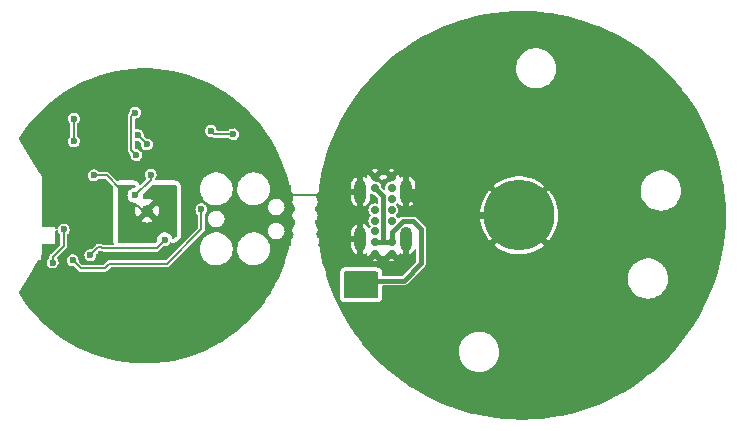
<source format=gbr>
%TF.GenerationSoftware,KiCad,Pcbnew,(6.0.0-rc1-314-g10be483430)*%
%TF.CreationDate,2021-12-09T18:24:32+11:00*%
%TF.ProjectId,project_llama,70726f6a-6563-4745-9f6c-6c616d612e6b,rev?*%
%TF.SameCoordinates,Original*%
%TF.FileFunction,Copper,L2,Bot*%
%TF.FilePolarity,Positive*%
%FSLAX46Y46*%
G04 Gerber Fmt 4.6, Leading zero omitted, Abs format (unit mm)*
G04 Created by KiCad (PCBNEW (6.0.0-rc1-314-g10be483430)) date 2021-12-09 18:24:32*
%MOMM*%
%LPD*%
G01*
G04 APERTURE LIST*
%TA.AperFunction,ComponentPad*%
%ADD10C,0.700000*%
%TD*%
%TA.AperFunction,ComponentPad*%
%ADD11O,1.000000X2.050000*%
%TD*%
%TA.AperFunction,SMDPad,CuDef*%
%ADD12C,6.000000*%
%TD*%
%TA.AperFunction,SMDPad,CuDef*%
%ADD13C,1.000000*%
%TD*%
%TA.AperFunction,ViaPad*%
%ADD14C,0.600000*%
%TD*%
%TA.AperFunction,ViaPad*%
%ADD15C,0.800000*%
%TD*%
%TA.AperFunction,Conductor*%
%ADD16C,0.600000*%
%TD*%
%TA.AperFunction,Conductor*%
%ADD17C,0.128000*%
%TD*%
%TA.AperFunction,Conductor*%
%ADD18C,0.187000*%
%TD*%
%TA.AperFunction,Conductor*%
%ADD19C,0.400000*%
%TD*%
G04 APERTURE END LIST*
D10*
%TO.P,J2,A1*%
%TO.N,GND*%
X209300000Y-43250000D03*
%TO.P,J2,A4*%
%TO.N,VIN*%
X209300000Y-42300000D03*
%TO.P,J2,A5*%
%TO.N,Net-(J2-PadA5)*%
X209300000Y-41350000D03*
%TO.P,J2,A6*%
%TO.N,Net-(J2-PadA6)*%
X209300000Y-40450000D03*
%TO.P,J2,A7*%
%TO.N,Net-(J2-PadA7)*%
X209300000Y-39550000D03*
%TO.P,J2,A9*%
%TO.N,VIN*%
X209300000Y-37700000D03*
%TO.P,J2,A12*%
%TO.N,GND*%
X209300000Y-36750000D03*
%TO.P,J2,B1*%
X210700000Y-43250000D03*
%TO.P,J2,B4*%
%TO.N,VIN*%
X210700000Y-42300000D03*
%TO.P,J2,B5*%
%TO.N,Net-(J2-PadB5)*%
X210700000Y-38650000D03*
%TO.P,J2,B6*%
%TO.N,Net-(J2-PadB6)*%
X210700000Y-39550000D03*
%TO.P,J2,B7*%
%TO.N,Net-(J2-PadB7)*%
X210700000Y-40450000D03*
%TO.P,J2,B9*%
%TO.N,VIN*%
X210700000Y-37700000D03*
%TO.P,J2,B12*%
%TO.N,GND*%
X210700000Y-36750000D03*
D11*
%TO.P,J2,S1*%
X211930000Y-38000000D03*
X211930000Y-42000000D03*
X208070000Y-38000000D03*
X208070000Y-42000000D03*
%TD*%
D12*
%TO.P,TP2,1*%
%TO.N,GND*%
X221500000Y-40000000D03*
%TD*%
D13*
%TO.P,TP1,1*%
%TO.N,batt_adc*%
X190000000Y-39600000D03*
%TD*%
D14*
%TO.N,GND*%
X188100000Y-35200000D03*
X182000000Y-31200000D03*
X192400000Y-49900000D03*
X191500000Y-51800000D03*
X193600000Y-49800000D03*
D15*
X200750000Y-35500000D03*
D14*
X200900000Y-42500000D03*
X186445001Y-42254999D03*
X192400000Y-47800000D03*
X193300000Y-37700000D03*
X187400000Y-48700000D03*
X199600000Y-46000000D03*
X186490303Y-38009697D03*
X185500000Y-49900000D03*
D15*
X205250000Y-38000000D03*
D14*
X192400000Y-45300000D03*
X185800000Y-45500000D03*
X193300000Y-44500000D03*
X196200000Y-34400000D03*
X181600000Y-38200000D03*
X197200000Y-32400000D03*
X189000003Y-36199997D03*
X181450000Y-43450000D03*
X186000000Y-29600000D03*
X180900000Y-33500000D03*
X186097634Y-43315934D03*
%TO.N,SWDIO*%
X191500000Y-42100000D03*
X185200000Y-43379490D03*
%TO.N,SWCLK*%
X194600000Y-39500000D03*
X183700000Y-43800000D03*
%TO.N,~{Reset}*%
X182000000Y-44000000D03*
X182938305Y-41199578D03*
%TO.N,+3V3*%
X197302813Y-33119696D03*
X195385168Y-32851382D03*
X189000000Y-31300000D03*
X189100000Y-34900000D03*
%TO.N,Net-(C3-Pad1)*%
X183802000Y-31807032D03*
X183800000Y-33720500D03*
%TO.N,Net-(C3-Pad2)*%
X189000000Y-38300000D03*
X190313237Y-36564366D03*
%TO.N,batt_adc*%
X185500000Y-36620500D03*
X189900000Y-42100000D03*
%TO.N,Net-(R8-Pad1)*%
X189200000Y-33200000D03*
X190000550Y-34000550D03*
%TD*%
D16*
%TO.N,GND*%
X213930000Y-40000000D02*
X211930000Y-38000000D01*
D17*
X200750000Y-35500000D02*
X200750000Y-37250000D01*
X201900000Y-38250000D02*
X205150000Y-38250000D01*
X200750000Y-37250000D02*
X201500000Y-38000000D01*
X201500000Y-38000000D02*
X202000000Y-38000000D01*
D16*
X221500000Y-40000000D02*
X213930000Y-40000000D01*
D18*
%TO.N,SWDIO*%
X190814499Y-42785501D02*
X191200001Y-42399999D01*
X186069657Y-42699999D02*
X186170159Y-42800501D01*
X186684841Y-42785501D02*
X190814499Y-42785501D01*
X185200000Y-43379490D02*
X185879491Y-42699999D01*
X186170159Y-42800501D02*
X186669841Y-42800501D01*
X191200001Y-42399999D02*
X191500000Y-42100000D01*
X186669841Y-42800501D02*
X186684841Y-42785501D01*
X185879491Y-42699999D02*
X186069657Y-42699999D01*
%TO.N,SWCLK*%
X186800001Y-44099999D02*
X186400000Y-44500000D01*
X194600000Y-41170342D02*
X191670343Y-44099999D01*
X194600000Y-39500000D02*
X194600000Y-41170342D01*
X191670343Y-44099999D02*
X186800001Y-44099999D01*
X186400000Y-44500000D02*
X184400000Y-44500000D01*
X184400000Y-44500000D02*
X183700000Y-43800000D01*
D17*
%TO.N,~{Reset}*%
X182938305Y-42561695D02*
X182938305Y-41199578D01*
X182000000Y-44000000D02*
X182000000Y-43500000D01*
X182000000Y-43500000D02*
X182938305Y-42561695D01*
D19*
%TO.N,VIN*%
X213210000Y-41170000D02*
X213210000Y-44050000D01*
X213210000Y-44050000D02*
X211730000Y-45530000D01*
X209794974Y-42300000D02*
X209977001Y-42117973D01*
X210700000Y-42300000D02*
X209300000Y-42300000D01*
X211730000Y-45530000D02*
X208770000Y-45530000D01*
X210700000Y-41451962D02*
X211631962Y-40520000D01*
X211631962Y-40520000D02*
X212560000Y-40520000D01*
X208770000Y-45530000D02*
X207680000Y-46620000D01*
X209977001Y-42117973D02*
X209977001Y-38377001D01*
X212560000Y-40520000D02*
X213210000Y-41170000D01*
X209300000Y-42300000D02*
X209794974Y-42300000D01*
X210700000Y-42300000D02*
X210700000Y-41451962D01*
X209977001Y-38377001D02*
X209300000Y-37700000D01*
D18*
%TO.N,+3V3*%
X195653482Y-33119696D02*
X195385168Y-32851382D01*
X188679499Y-31620501D02*
X189000000Y-31300000D01*
X189100000Y-34900000D02*
X188679499Y-34479499D01*
X197302813Y-33119696D02*
X195653482Y-33119696D01*
X188679499Y-34479499D02*
X188679499Y-31620501D01*
%TO.N,Net-(C3-Pad1)*%
X183800000Y-31809032D02*
X183802000Y-31807032D01*
X183800000Y-33720500D02*
X183800000Y-31809032D01*
%TO.N,Net-(C3-Pad2)*%
X189000000Y-38300000D02*
X190313237Y-36986763D01*
X190313237Y-36986763D02*
X190313237Y-36564366D01*
D17*
%TO.N,batt_adc*%
X185500000Y-36620500D02*
X186595500Y-36620500D01*
X188425000Y-39250000D02*
X189250000Y-39250000D01*
X189250000Y-39250000D02*
X190000000Y-40000000D01*
X186595500Y-36620500D02*
X187825000Y-37850000D01*
X187825000Y-38650000D02*
X188425000Y-39250000D01*
X187825000Y-37850000D02*
X187825000Y-38650000D01*
D18*
%TO.N,Net-(R8-Pad1)*%
X189200000Y-33200000D02*
X190000550Y-34000550D01*
%TD*%
%TA.AperFunction,Conductor*%
%TO.N,VIN*%
G36*
X209482673Y-44762871D02*
G01*
X209529166Y-44816527D01*
X209540551Y-44868316D01*
X209549444Y-46893447D01*
X209529741Y-46961655D01*
X209476290Y-47008383D01*
X209423445Y-47020000D01*
X206776000Y-47020000D01*
X206707879Y-46999998D01*
X206661386Y-46946342D01*
X206650000Y-46894000D01*
X206650000Y-44868869D01*
X206670002Y-44800748D01*
X206723658Y-44754255D01*
X206776000Y-44742869D01*
X209414552Y-44742869D01*
X209482673Y-44762871D01*
G37*
%TD.AperFunction*%
%TD*%
%TA.AperFunction,Conductor*%
%TO.N,batt_adc*%
G36*
X188968111Y-37420002D02*
G01*
X189014604Y-37473658D01*
X189024708Y-37543932D01*
X188995214Y-37608512D01*
X188935488Y-37646896D01*
X188924804Y-37649066D01*
X188924684Y-37649065D01*
X188924011Y-37649227D01*
X188923999Y-37649229D01*
X188778967Y-37684048D01*
X188778963Y-37684049D01*
X188771588Y-37685820D01*
X188631679Y-37758032D01*
X188625957Y-37763024D01*
X188625955Y-37763025D01*
X188518759Y-37856538D01*
X188518756Y-37856541D01*
X188513034Y-37861533D01*
X188422501Y-37990348D01*
X188365309Y-38137039D01*
X188364318Y-38144568D01*
X188347069Y-38275587D01*
X188344758Y-38293138D01*
X188362035Y-38449633D01*
X188416143Y-38597490D01*
X188420380Y-38603796D01*
X188420382Y-38603799D01*
X188428368Y-38615683D01*
X188503958Y-38728172D01*
X188620410Y-38834135D01*
X188627085Y-38837759D01*
X188752099Y-38905637D01*
X188752101Y-38905638D01*
X188758776Y-38909262D01*
X188766125Y-38911190D01*
X188903719Y-38947287D01*
X188903721Y-38947287D01*
X188911069Y-38949215D01*
X188958198Y-38949955D01*
X188995646Y-38950544D01*
X189063444Y-38971613D01*
X189109088Y-39025993D01*
X189118086Y-39096417D01*
X189104080Y-39137230D01*
X189071996Y-39195590D01*
X189067166Y-39206858D01*
X189011120Y-39383538D01*
X189008570Y-39395532D01*
X188987909Y-39579733D01*
X188987738Y-39592002D01*
X189003248Y-39776705D01*
X189005461Y-39788764D01*
X189056554Y-39966945D01*
X189061066Y-39978342D01*
X189121148Y-40095250D01*
X189130865Y-40105468D01*
X189137666Y-40103124D01*
X189639658Y-39601132D01*
X190364408Y-39601132D01*
X190364539Y-39602965D01*
X190368790Y-39609580D01*
X190856661Y-40097451D01*
X190869041Y-40104211D01*
X190875775Y-40099170D01*
X190922262Y-40017337D01*
X190927256Y-40006121D01*
X190985759Y-39830253D01*
X190988479Y-39818281D01*
X191012039Y-39631784D01*
X191012531Y-39624757D01*
X191012828Y-39603523D01*
X191012533Y-39596494D01*
X190994188Y-39409397D01*
X190991805Y-39397362D01*
X190938233Y-39219924D01*
X190933559Y-39208584D01*
X190878562Y-39105148D01*
X190868702Y-39095067D01*
X190861575Y-39097635D01*
X190372022Y-39587188D01*
X190364408Y-39601132D01*
X189639658Y-39601132D01*
X190497834Y-38742956D01*
X190504594Y-38730576D01*
X190499935Y-38724353D01*
X190397924Y-38669196D01*
X190386619Y-38664444D01*
X190209554Y-38609633D01*
X190197541Y-38607167D01*
X190013199Y-38587792D01*
X190000931Y-38587707D01*
X189816345Y-38604505D01*
X189804286Y-38606805D01*
X189792734Y-38610205D01*
X189721738Y-38610249D01*
X189661988Y-38571902D01*
X189632456Y-38507339D01*
X189634681Y-38469844D01*
X189632950Y-38469598D01*
X189654551Y-38317817D01*
X189655134Y-38313723D01*
X189655599Y-38313789D01*
X189679778Y-38249834D01*
X189691214Y-38236697D01*
X190491006Y-37436905D01*
X190553318Y-37402879D01*
X190580101Y-37400000D01*
X192374000Y-37400000D01*
X192442121Y-37420002D01*
X192488614Y-37473658D01*
X192500000Y-37526000D01*
X192500000Y-41742825D01*
X192479998Y-41810946D01*
X192456971Y-41837650D01*
X192322566Y-41955254D01*
X192258129Y-41985058D01*
X192187807Y-41975294D01*
X192133927Y-41929061D01*
X192121729Y-41904966D01*
X192083395Y-41803516D01*
X192083393Y-41803512D01*
X192080710Y-41796412D01*
X191991531Y-41666657D01*
X191944971Y-41625174D01*
X191879648Y-41566972D01*
X191879645Y-41566970D01*
X191873976Y-41561919D01*
X191734831Y-41488245D01*
X191718122Y-41484048D01*
X191589498Y-41451740D01*
X191589496Y-41451740D01*
X191582128Y-41449889D01*
X191574530Y-41449849D01*
X191574528Y-41449849D01*
X191507319Y-41449497D01*
X191424684Y-41449065D01*
X191417305Y-41450837D01*
X191417301Y-41450837D01*
X191278967Y-41484048D01*
X191278963Y-41484049D01*
X191271588Y-41485820D01*
X191131679Y-41558032D01*
X191125957Y-41563024D01*
X191125955Y-41563025D01*
X191018759Y-41656538D01*
X191018756Y-41656541D01*
X191013034Y-41661533D01*
X190922501Y-41790348D01*
X190865309Y-41937039D01*
X190864318Y-41944568D01*
X190845157Y-42090110D01*
X190816435Y-42155037D01*
X190809330Y-42162759D01*
X190667493Y-42304596D01*
X190605181Y-42338622D01*
X190578398Y-42341501D01*
X187626000Y-42341501D01*
X187557879Y-42321499D01*
X187511386Y-42267843D01*
X187500000Y-42215501D01*
X187500000Y-40469132D01*
X189495698Y-40469132D01*
X189500607Y-40475690D01*
X189589118Y-40525157D01*
X189600357Y-40530067D01*
X189776641Y-40587345D01*
X189788615Y-40589978D01*
X189972676Y-40611926D01*
X189984925Y-40612183D01*
X190169742Y-40597962D01*
X190181822Y-40595831D01*
X190360345Y-40545986D01*
X190371778Y-40541552D01*
X190495507Y-40479052D01*
X190505791Y-40469407D01*
X190503553Y-40462763D01*
X190012812Y-39972022D01*
X189998868Y-39964408D01*
X189997035Y-39964539D01*
X189990420Y-39968790D01*
X189502458Y-40456752D01*
X189495698Y-40469132D01*
X187500000Y-40469132D01*
X187500000Y-37526000D01*
X187520002Y-37457879D01*
X187573658Y-37411386D01*
X187626000Y-37400000D01*
X188899990Y-37400000D01*
X188968111Y-37420002D01*
G37*
%TD.AperFunction*%
%TD*%
%TA.AperFunction,Conductor*%
%TO.N,GND*%
G36*
X221838082Y-22700678D02*
G01*
X222652280Y-22726362D01*
X222656943Y-22726619D01*
X223469015Y-22790823D01*
X223473658Y-22791301D01*
X223814673Y-22834587D01*
X224281768Y-22893877D01*
X224286404Y-22894577D01*
X224639767Y-22956552D01*
X225088766Y-23035300D01*
X225093337Y-23036213D01*
X225888166Y-23214773D01*
X225892676Y-23215899D01*
X226678141Y-23431883D01*
X226682602Y-23433225D01*
X227213930Y-23606773D01*
X227456947Y-23686150D01*
X227461368Y-23687711D01*
X228222849Y-23977005D01*
X228227191Y-23978773D01*
X228966846Y-24300628D01*
X228974133Y-24303799D01*
X228978381Y-24305768D01*
X229709115Y-24665802D01*
X229713248Y-24667961D01*
X230057905Y-24858561D01*
X230426115Y-25062186D01*
X230430163Y-25064552D01*
X231123528Y-25492062D01*
X231127460Y-25494616D01*
X231799845Y-25954498D01*
X231803651Y-25957236D01*
X232453478Y-26448413D01*
X232457150Y-26451327D01*
X233083024Y-26972743D01*
X233086554Y-26975829D01*
X233687016Y-27526270D01*
X233690396Y-27529519D01*
X233829754Y-27669976D01*
X234264134Y-28107781D01*
X234267356Y-28111186D01*
X234772523Y-28671023D01*
X234813066Y-28715954D01*
X234816118Y-28719501D01*
X235254004Y-29253585D01*
X235332600Y-29349447D01*
X235335485Y-29353141D01*
X235821571Y-30006842D01*
X235824252Y-30010632D01*
X236222990Y-30603561D01*
X236278841Y-30686612D01*
X236281364Y-30690563D01*
X236646810Y-31293823D01*
X236703434Y-31387296D01*
X236705764Y-31391358D01*
X237079363Y-32079634D01*
X237094357Y-32107258D01*
X237096492Y-32111422D01*
X237447525Y-32838231D01*
X237450780Y-32844971D01*
X237452714Y-32849232D01*
X237765500Y-33583756D01*
X237771857Y-33598685D01*
X237773585Y-33603024D01*
X238027874Y-34288532D01*
X238056905Y-34366793D01*
X238058426Y-34371212D01*
X238267572Y-35028982D01*
X238305264Y-35147526D01*
X238306573Y-35152010D01*
X238447318Y-35680039D01*
X238516378Y-35939130D01*
X238517478Y-35943688D01*
X238689778Y-36739844D01*
X238690661Y-36744448D01*
X238718889Y-36913171D01*
X238823187Y-37536582D01*
X238825076Y-37547875D01*
X238825738Y-37552504D01*
X238877865Y-37990685D01*
X238921967Y-38361417D01*
X238922410Y-38366085D01*
X238937105Y-38572587D01*
X238980233Y-39178631D01*
X238980453Y-39183271D01*
X238998439Y-39942621D01*
X238999016Y-39966977D01*
X238997310Y-39983256D01*
X238998040Y-39983360D01*
X238998039Y-39983367D01*
X238997155Y-39988119D01*
X238997154Y-39988778D01*
X238996517Y-39991547D01*
X238994656Y-39999642D01*
X238997116Y-40010514D01*
X238997111Y-40013271D01*
X238999029Y-40032496D01*
X238980455Y-40816695D01*
X238980233Y-40821378D01*
X238922413Y-41633892D01*
X238921970Y-41638559D01*
X238825746Y-42447442D01*
X238825082Y-42452084D01*
X238690670Y-43255501D01*
X238689787Y-43260105D01*
X238517491Y-44056248D01*
X238516391Y-44060806D01*
X238315996Y-44812632D01*
X238306596Y-44847897D01*
X238305287Y-44852381D01*
X238166199Y-45289822D01*
X238058454Y-45628687D01*
X238056928Y-45633120D01*
X237773629Y-46396842D01*
X237771895Y-46401198D01*
X237452749Y-47150668D01*
X237450810Y-47154937D01*
X237434795Y-47188097D01*
X237096542Y-47888450D01*
X237094422Y-47892587D01*
X236905302Y-48241006D01*
X236705810Y-48608533D01*
X236703481Y-48612591D01*
X236561134Y-48847573D01*
X236281437Y-49309287D01*
X236278914Y-49313239D01*
X235824334Y-49989211D01*
X235821626Y-49993038D01*
X235335574Y-50646702D01*
X235332688Y-50650397D01*
X234816233Y-51280317D01*
X234813176Y-51283871D01*
X234267468Y-51888646D01*
X234264245Y-51892052D01*
X234021795Y-52136417D01*
X233834554Y-52325137D01*
X233690522Y-52470306D01*
X233687142Y-52473555D01*
X233119899Y-52993552D01*
X233086681Y-53024003D01*
X233083161Y-53027080D01*
X232811590Y-53253329D01*
X232457316Y-53548480D01*
X232453644Y-53551395D01*
X231803817Y-54042579D01*
X231800011Y-54045317D01*
X231127650Y-54505191D01*
X231123719Y-54507745D01*
X230430344Y-54935269D01*
X230426296Y-54937634D01*
X230063004Y-55138544D01*
X229769396Y-55300917D01*
X229713487Y-55331836D01*
X229709332Y-55334008D01*
X228978613Y-55694042D01*
X228974359Y-55696014D01*
X228227432Y-56021042D01*
X228223090Y-56022810D01*
X227461625Y-56312107D01*
X227457204Y-56313668D01*
X226682888Y-56566593D01*
X226678401Y-56567942D01*
X226505979Y-56615356D01*
X225892961Y-56783928D01*
X225888413Y-56785063D01*
X225349192Y-56906206D01*
X225093647Y-56963618D01*
X225089059Y-56964535D01*
X224883153Y-57000650D01*
X224286743Y-57105259D01*
X224282108Y-57105960D01*
X223473996Y-57208547D01*
X223469332Y-57209027D01*
X223169402Y-57232744D01*
X222657289Y-57273238D01*
X222652624Y-57273497D01*
X221838439Y-57299191D01*
X221833754Y-57299228D01*
X221546064Y-57294678D01*
X221019275Y-57286346D01*
X221014591Y-57286161D01*
X220806586Y-57273003D01*
X220201619Y-57234733D01*
X220196971Y-57234328D01*
X219575515Y-57165353D01*
X219387345Y-57144468D01*
X219382699Y-57143840D01*
X219176071Y-57110940D01*
X218578259Y-57015754D01*
X218573689Y-57014916D01*
X217776178Y-56848881D01*
X217771612Y-56847817D01*
X217524110Y-56783928D01*
X216982880Y-56644217D01*
X216978389Y-56642944D01*
X216200160Y-56402223D01*
X216195754Y-56400746D01*
X215779154Y-56249928D01*
X215429796Y-56123452D01*
X215425427Y-56121752D01*
X214673484Y-55808517D01*
X214669200Y-55806612D01*
X213932939Y-55458134D01*
X213928750Y-55456029D01*
X213209789Y-55073071D01*
X213205704Y-55070769D01*
X212505696Y-54654212D01*
X212501729Y-54651723D01*
X212282087Y-54506513D01*
X211822204Y-54202476D01*
X211818359Y-54199800D01*
X211605348Y-54043996D01*
X211160908Y-53718917D01*
X211157194Y-53716064D01*
X210523203Y-53204559D01*
X210519625Y-53201529D01*
X210215166Y-52931120D01*
X209910597Y-52660613D01*
X209907167Y-52657419D01*
X209820600Y-52572871D01*
X209324378Y-52088224D01*
X209321137Y-52084905D01*
X208897063Y-51629543D01*
X208781425Y-51505374D01*
X216395817Y-51505374D01*
X216397961Y-51550000D01*
X216407940Y-51757759D01*
X216457235Y-52005579D01*
X216458475Y-52009034D01*
X216458476Y-52009036D01*
X216511281Y-52156109D01*
X216542618Y-52243391D01*
X216544361Y-52246636D01*
X216544362Y-52246637D01*
X216564155Y-52283474D01*
X216662214Y-52465971D01*
X216664413Y-52468916D01*
X216664415Y-52468919D01*
X216739090Y-52568921D01*
X216813396Y-52668428D01*
X216992842Y-52846315D01*
X216995809Y-52848491D01*
X216995812Y-52848493D01*
X217034856Y-52877121D01*
X217196611Y-52995724D01*
X217420226Y-53113374D01*
X217423697Y-53114586D01*
X217423699Y-53114587D01*
X217507132Y-53143723D01*
X217658774Y-53196678D01*
X217907015Y-53243809D01*
X218044494Y-53249211D01*
X218155826Y-53253585D01*
X218155829Y-53253585D01*
X218159496Y-53253729D01*
X218288561Y-53239594D01*
X218407028Y-53226620D01*
X218407031Y-53226619D01*
X218410669Y-53226221D01*
X218655018Y-53161889D01*
X218887174Y-53062147D01*
X218890301Y-53060212D01*
X219098911Y-52931120D01*
X219098916Y-52931116D01*
X219102037Y-52929185D01*
X219294887Y-52765926D01*
X219461487Y-52575954D01*
X219528372Y-52471970D01*
X219596189Y-52366538D01*
X219596192Y-52366533D01*
X219598178Y-52363445D01*
X219634203Y-52283474D01*
X219700447Y-52136417D01*
X219701957Y-52133065D01*
X219714599Y-52088242D01*
X219769544Y-51893417D01*
X219770543Y-51889876D01*
X219802431Y-51639221D01*
X219804767Y-51550000D01*
X219786042Y-51298019D01*
X219730277Y-51051574D01*
X219715134Y-51012632D01*
X219640028Y-50819499D01*
X219638698Y-50816079D01*
X219513316Y-50596706D01*
X219356886Y-50398276D01*
X219354213Y-50395762D01*
X219354208Y-50395756D01*
X219175517Y-50227661D01*
X219172845Y-50225147D01*
X218965235Y-50081123D01*
X218738617Y-49969368D01*
X218497970Y-49892336D01*
X218248580Y-49851720D01*
X218244917Y-49851672D01*
X218244916Y-49851672D01*
X218122253Y-49850066D01*
X217995926Y-49848413D01*
X217992298Y-49848907D01*
X217992294Y-49848907D01*
X217839767Y-49869665D01*
X217745559Y-49882486D01*
X217502978Y-49953192D01*
X217273513Y-50058977D01*
X217062204Y-50197517D01*
X217059471Y-50199956D01*
X217059470Y-50199957D01*
X216876434Y-50363322D01*
X216876430Y-50363326D01*
X216873693Y-50365769D01*
X216712123Y-50560037D01*
X216710223Y-50563169D01*
X216710221Y-50563171D01*
X216687934Y-50599899D01*
X216581041Y-50776052D01*
X216483329Y-51009069D01*
X216482424Y-51012631D01*
X216482424Y-51012632D01*
X216440298Y-51178505D01*
X216421132Y-51253970D01*
X216395817Y-51505374D01*
X208781425Y-51505374D01*
X208765987Y-51488797D01*
X208762874Y-51485292D01*
X208534174Y-51215130D01*
X208236561Y-50863561D01*
X208233624Y-50859921D01*
X208222797Y-50845828D01*
X207737321Y-50213950D01*
X207734560Y-50210173D01*
X207724358Y-50195506D01*
X207269428Y-49541474D01*
X207266848Y-49537573D01*
X207196068Y-49424774D01*
X206833877Y-48847573D01*
X206831480Y-48843544D01*
X206431674Y-48133840D01*
X206429470Y-48129702D01*
X206063702Y-47401845D01*
X206061697Y-47397607D01*
X205837822Y-46894000D01*
X206300000Y-46894000D01*
X206307998Y-46968396D01*
X206319384Y-47020738D01*
X206324964Y-47038855D01*
X206326534Y-47043953D01*
X206336784Y-47077237D01*
X206340008Y-47082511D01*
X206340010Y-47082516D01*
X206362390Y-47119129D01*
X206396873Y-47175543D01*
X206443366Y-47229199D01*
X206505574Y-47285608D01*
X206511947Y-47288694D01*
X206605596Y-47334041D01*
X206605601Y-47334043D01*
X206609273Y-47335821D01*
X206677394Y-47355823D01*
X206776000Y-47370000D01*
X209423445Y-47370000D01*
X209426104Y-47369711D01*
X209426108Y-47369711D01*
X209495926Y-47362128D01*
X209495934Y-47362127D01*
X209498592Y-47361838D01*
X209525954Y-47355823D01*
X209549365Y-47350677D01*
X209549376Y-47350674D01*
X209551437Y-47350221D01*
X209553453Y-47349593D01*
X209553460Y-47349591D01*
X209602669Y-47334258D01*
X209602670Y-47334257D01*
X209608609Y-47332407D01*
X209613905Y-47329138D01*
X209703163Y-47274040D01*
X209703167Y-47274037D01*
X209706650Y-47271887D01*
X209760101Y-47225159D01*
X209795400Y-47185886D01*
X209811505Y-47167968D01*
X209811506Y-47167966D01*
X209816235Y-47162705D01*
X209819955Y-47154937D01*
X209857159Y-47077237D01*
X209865993Y-47058787D01*
X209885696Y-46990579D01*
X209888428Y-46970972D01*
X209898952Y-46895418D01*
X209899441Y-46891910D01*
X209896678Y-46262728D01*
X209895656Y-46029935D01*
X209914308Y-45971662D01*
X209963649Y-45935481D01*
X209994655Y-45930500D01*
X211793433Y-45930500D01*
X211816380Y-45923044D01*
X211831481Y-45919419D01*
X211847609Y-45916865D01*
X211847611Y-45916864D01*
X211855304Y-45915646D01*
X211876797Y-45904695D01*
X211891143Y-45898752D01*
X211906679Y-45893704D01*
X211914090Y-45891296D01*
X211933607Y-45877116D01*
X211946846Y-45869002D01*
X211968342Y-45858050D01*
X211990905Y-45835487D01*
X211990909Y-45835484D01*
X212521019Y-45305374D01*
X230695817Y-45305374D01*
X230695993Y-45309039D01*
X230695993Y-45309041D01*
X230696611Y-45321905D01*
X230697961Y-45350000D01*
X230707940Y-45557759D01*
X230757235Y-45805579D01*
X230758475Y-45809034D01*
X230758476Y-45809036D01*
X230830981Y-46010978D01*
X230842618Y-46043391D01*
X230844361Y-46046636D01*
X230844362Y-46046637D01*
X230867731Y-46090129D01*
X230962214Y-46265971D01*
X230964413Y-46268916D01*
X230964415Y-46268919D01*
X231039090Y-46368921D01*
X231113396Y-46468428D01*
X231292842Y-46646315D01*
X231295809Y-46648491D01*
X231295812Y-46648493D01*
X231377060Y-46708066D01*
X231496611Y-46795724D01*
X231720226Y-46913374D01*
X231723697Y-46914586D01*
X231723699Y-46914587D01*
X231807132Y-46943723D01*
X231958774Y-46996678D01*
X232207015Y-47043809D01*
X232344494Y-47049211D01*
X232455826Y-47053585D01*
X232455829Y-47053585D01*
X232459496Y-47053729D01*
X232588561Y-47039594D01*
X232707028Y-47026620D01*
X232707031Y-47026619D01*
X232710669Y-47026221D01*
X232910989Y-46973481D01*
X232951467Y-46962824D01*
X232951468Y-46962824D01*
X232955018Y-46961889D01*
X233187174Y-46862147D01*
X233298022Y-46793552D01*
X233398911Y-46731120D01*
X233398916Y-46731116D01*
X233402037Y-46729185D01*
X233594887Y-46565926D01*
X233618293Y-46539237D01*
X233695428Y-46451280D01*
X233761487Y-46375954D01*
X233898178Y-46163445D01*
X233950797Y-46046637D01*
X234000447Y-45936417D01*
X234001957Y-45933065D01*
X234007868Y-45912109D01*
X234069544Y-45693417D01*
X234070543Y-45689876D01*
X234102431Y-45439221D01*
X234104767Y-45350000D01*
X234093090Y-45192858D01*
X234086314Y-45101673D01*
X234086313Y-45101667D01*
X234086042Y-45098019D01*
X234030277Y-44851574D01*
X234015134Y-44812632D01*
X233940028Y-44619499D01*
X233938698Y-44616079D01*
X233813316Y-44396706D01*
X233810566Y-44393217D01*
X233704357Y-44258492D01*
X233656886Y-44198276D01*
X233654213Y-44195762D01*
X233654208Y-44195756D01*
X233517552Y-44067203D01*
X233472845Y-44025147D01*
X233265235Y-43881123D01*
X233038617Y-43769368D01*
X232981358Y-43751039D01*
X232801472Y-43693457D01*
X232797970Y-43692336D01*
X232548580Y-43651720D01*
X232544917Y-43651672D01*
X232544916Y-43651672D01*
X232422253Y-43650066D01*
X232295926Y-43648413D01*
X232292298Y-43648907D01*
X232292294Y-43648907D01*
X232155881Y-43667472D01*
X232045559Y-43682486D01*
X231802978Y-43753192D01*
X231573513Y-43858977D01*
X231362204Y-43997517D01*
X231359471Y-43999956D01*
X231359470Y-43999957D01*
X231176434Y-44163322D01*
X231176430Y-44163326D01*
X231173693Y-44165769D01*
X231171346Y-44168591D01*
X231171344Y-44168593D01*
X231095398Y-44259909D01*
X231012123Y-44360037D01*
X231010223Y-44363169D01*
X231010221Y-44363171D01*
X230971459Y-44427048D01*
X230881041Y-44576052D01*
X230783329Y-44809069D01*
X230782424Y-44812631D01*
X230782424Y-44812632D01*
X230758871Y-44905374D01*
X230721132Y-45053970D01*
X230695817Y-45305374D01*
X212521019Y-45305374D01*
X213515484Y-44310909D01*
X213515487Y-44310905D01*
X213538050Y-44288342D01*
X213549002Y-44266846D01*
X213557117Y-44253605D01*
X213566715Y-44240395D01*
X213571296Y-44234090D01*
X213578752Y-44211143D01*
X213584695Y-44196797D01*
X213595646Y-44175304D01*
X213599419Y-44151481D01*
X213603045Y-44136375D01*
X213603525Y-44134899D01*
X213610500Y-44113433D01*
X213610500Y-42510352D01*
X219354687Y-42510352D01*
X219354967Y-42512125D01*
X219358431Y-42516289D01*
X219630742Y-42725241D01*
X219635165Y-42728269D01*
X219935998Y-42911178D01*
X219940720Y-42913710D01*
X220259547Y-43063060D01*
X220264529Y-43065073D01*
X220597622Y-43179116D01*
X220602762Y-43180570D01*
X220946250Y-43257979D01*
X220951506Y-43258868D01*
X221301343Y-43298727D01*
X221306679Y-43299044D01*
X221658766Y-43300887D01*
X221664102Y-43300626D01*
X222014340Y-43264433D01*
X222019599Y-43263600D01*
X222363883Y-43189792D01*
X222369036Y-43188392D01*
X222703320Y-43077838D01*
X222708297Y-43075887D01*
X223028689Y-42929876D01*
X223033425Y-42927400D01*
X223336172Y-42747642D01*
X223340607Y-42744674D01*
X223622177Y-42533265D01*
X223626271Y-42529830D01*
X223637731Y-42519106D01*
X223644178Y-42507427D01*
X223643636Y-42503080D01*
X223643087Y-42502297D01*
X221511086Y-40370296D01*
X221499203Y-40364242D01*
X221494172Y-40365038D01*
X219360741Y-42498469D01*
X219354687Y-42510352D01*
X213610500Y-42510352D01*
X213610500Y-41106567D01*
X213603044Y-41083620D01*
X213599419Y-41068519D01*
X213596865Y-41052391D01*
X213596864Y-41052389D01*
X213595646Y-41044696D01*
X213584694Y-41023201D01*
X213578751Y-41008855D01*
X213573704Y-40993320D01*
X213573702Y-40993316D01*
X213571296Y-40985911D01*
X213557113Y-40966390D01*
X213549001Y-40953151D01*
X213541586Y-40938597D01*
X213541584Y-40938595D01*
X213538050Y-40931658D01*
X213515487Y-40909095D01*
X213515484Y-40909091D01*
X212820909Y-40214516D01*
X212820905Y-40214513D01*
X212798342Y-40191950D01*
X212776846Y-40180998D01*
X212763605Y-40172883D01*
X212750395Y-40163285D01*
X212744090Y-40158704D01*
X212721143Y-40151248D01*
X212706794Y-40145304D01*
X212685304Y-40134354D01*
X212677611Y-40133136D01*
X212677609Y-40133135D01*
X212661481Y-40130581D01*
X212646380Y-40126956D01*
X212623433Y-40119500D01*
X211600443Y-40119500D01*
X211600439Y-40119501D01*
X211568529Y-40119501D01*
X211561122Y-40121907D01*
X211561119Y-40121908D01*
X211545589Y-40126954D01*
X211530487Y-40130580D01*
X211506658Y-40134354D01*
X211485172Y-40145302D01*
X211485168Y-40145304D01*
X211470818Y-40151249D01*
X211447872Y-40158704D01*
X211428348Y-40172889D01*
X211415118Y-40180996D01*
X211393620Y-40191950D01*
X211353678Y-40231892D01*
X211299161Y-40259669D01*
X211238729Y-40250098D01*
X211195464Y-40206833D01*
X211192210Y-40199775D01*
X211187504Y-40188413D01*
X211180861Y-40172375D01*
X211150502Y-40132810D01*
X211094838Y-40060268D01*
X211074414Y-40002592D01*
X211078137Y-39991134D01*
X218195308Y-39991134D01*
X218213121Y-40342772D01*
X218213681Y-40348098D01*
X218269367Y-40695757D01*
X218270496Y-40700977D01*
X218363402Y-41040585D01*
X218365092Y-41045666D01*
X218494133Y-41373253D01*
X218496358Y-41378114D01*
X218660024Y-41689851D01*
X218662763Y-41694446D01*
X218859138Y-41986684D01*
X218862359Y-41990958D01*
X218983672Y-42135022D01*
X218994996Y-42142071D01*
X218997991Y-42141856D01*
X219000789Y-42140001D01*
X221129704Y-40011086D01*
X221134946Y-40000797D01*
X221864242Y-40000797D01*
X221865038Y-40005828D01*
X223995061Y-42135851D01*
X224006944Y-42141905D01*
X224010180Y-42141393D01*
X224012449Y-42139611D01*
X224116649Y-42018467D01*
X224119915Y-42014225D01*
X224319334Y-41724070D01*
X224322126Y-41719496D01*
X224489042Y-41409498D01*
X224491326Y-41404646D01*
X224623786Y-41078435D01*
X224625528Y-41073377D01*
X224721984Y-40734763D01*
X224723169Y-40729549D01*
X224782493Y-40382492D01*
X224783109Y-40377168D01*
X224804679Y-40024493D01*
X224804771Y-40021648D01*
X224804842Y-40001422D01*
X224804770Y-39998585D01*
X224785662Y-39645747D01*
X224785086Y-39640446D01*
X224728185Y-39292979D01*
X224727033Y-39287741D01*
X224632951Y-38948488D01*
X224631234Y-38943386D01*
X224501058Y-38616268D01*
X224498812Y-38611406D01*
X224334058Y-38300241D01*
X224331307Y-38295662D01*
X224133914Y-38004113D01*
X224130674Y-37999845D01*
X224016314Y-37864997D01*
X224004965Y-37857988D01*
X224001882Y-37858219D01*
X223999217Y-37859993D01*
X221870296Y-39988914D01*
X221864242Y-40000797D01*
X221134946Y-40000797D01*
X221135758Y-39999203D01*
X221134962Y-39994172D01*
X219004941Y-37864151D01*
X218993058Y-37858097D01*
X218989913Y-37858595D01*
X218987522Y-37860479D01*
X218876316Y-37990685D01*
X218873075Y-37994924D01*
X218674666Y-38285780D01*
X218671883Y-38290376D01*
X218506054Y-38600946D01*
X218503794Y-38605791D01*
X218372469Y-38932473D01*
X218370742Y-38937547D01*
X218275468Y-39276496D01*
X218274303Y-39281706D01*
X218216193Y-39628961D01*
X218215594Y-39634292D01*
X218195327Y-39985798D01*
X218195308Y-39991134D01*
X211078137Y-39991134D01*
X211094838Y-39939732D01*
X211176910Y-39832774D01*
X211180861Y-39827625D01*
X211236330Y-39693709D01*
X211242645Y-39645747D01*
X211254403Y-39556433D01*
X211255250Y-39550000D01*
X211250294Y-39512354D01*
X211237177Y-39412722D01*
X211237176Y-39412720D01*
X211236330Y-39406291D01*
X211180861Y-39272375D01*
X211136689Y-39214809D01*
X211094838Y-39160268D01*
X211074414Y-39102592D01*
X211094838Y-39039732D01*
X211125585Y-38999662D01*
X211176010Y-38965007D01*
X211237174Y-38966609D01*
X211288084Y-39007468D01*
X211296146Y-39020370D01*
X211302976Y-39028987D01*
X211421645Y-39148488D01*
X211430221Y-39155382D01*
X211572409Y-39245618D01*
X211582299Y-39250442D01*
X211661230Y-39278548D01*
X211672108Y-39278852D01*
X211675807Y-39267985D01*
X212184000Y-39267985D01*
X212187442Y-39278579D01*
X212199181Y-39278497D01*
X212267536Y-39255227D01*
X212277496Y-39250540D01*
X212420931Y-39162299D01*
X212429599Y-39155527D01*
X212549925Y-39037694D01*
X212556876Y-39029171D01*
X212648108Y-38887609D01*
X212652995Y-38877763D01*
X212710596Y-38719504D01*
X212713183Y-38708810D01*
X212729610Y-38578775D01*
X212730000Y-38572587D01*
X212730000Y-38269680D01*
X212725878Y-38256995D01*
X212721757Y-38254000D01*
X212199680Y-38254000D01*
X212186995Y-38258122D01*
X212184000Y-38262243D01*
X212184000Y-39267985D01*
X211675807Y-39267985D01*
X211676000Y-39267419D01*
X211676000Y-37730320D01*
X212184000Y-37730320D01*
X212188122Y-37743005D01*
X212192243Y-37746000D01*
X212714320Y-37746000D01*
X212727005Y-37741878D01*
X212730000Y-37737757D01*
X212730000Y-37492184D01*
X219355454Y-37492184D01*
X219356022Y-37496620D01*
X219356478Y-37497268D01*
X221488914Y-39629704D01*
X221500797Y-39635758D01*
X221505828Y-39634962D01*
X223285416Y-37855374D01*
X231795817Y-37855374D01*
X231797961Y-37900000D01*
X231807940Y-38107759D01*
X231857235Y-38355579D01*
X231858475Y-38359034D01*
X231858476Y-38359036D01*
X231938747Y-38582608D01*
X231942618Y-38593391D01*
X232062214Y-38815971D01*
X232064413Y-38818916D01*
X232064415Y-38818919D01*
X232123649Y-38898243D01*
X232213396Y-39018428D01*
X232292080Y-39096428D01*
X232351697Y-39155527D01*
X232392842Y-39196315D01*
X232395809Y-39198491D01*
X232395812Y-39198493D01*
X232502419Y-39276660D01*
X232596611Y-39345724D01*
X232820226Y-39463374D01*
X232823697Y-39464586D01*
X232823699Y-39464587D01*
X232887449Y-39486849D01*
X233058774Y-39546678D01*
X233307015Y-39593809D01*
X233444494Y-39599211D01*
X233555826Y-39603585D01*
X233555829Y-39603585D01*
X233559496Y-39603729D01*
X233688561Y-39589594D01*
X233807028Y-39576620D01*
X233807031Y-39576619D01*
X233810669Y-39576221D01*
X234010989Y-39523481D01*
X234051467Y-39512824D01*
X234051468Y-39512824D01*
X234055018Y-39511889D01*
X234287174Y-39412147D01*
X234384107Y-39352163D01*
X234498911Y-39281120D01*
X234498916Y-39281116D01*
X234502037Y-39279185D01*
X234505214Y-39276496D01*
X234599927Y-39196315D01*
X234694887Y-39115926D01*
X234699005Y-39111231D01*
X234784326Y-39013940D01*
X234861487Y-38925954D01*
X234909746Y-38850928D01*
X234996189Y-38716538D01*
X234996192Y-38716533D01*
X234998178Y-38713445D01*
X235001687Y-38705657D01*
X235100447Y-38486417D01*
X235101957Y-38483065D01*
X235104612Y-38473654D01*
X235154810Y-38295662D01*
X235170543Y-38239876D01*
X235202431Y-37989221D01*
X235204767Y-37900000D01*
X235194317Y-37759381D01*
X235186314Y-37651673D01*
X235186313Y-37651667D01*
X235186042Y-37648019D01*
X235130277Y-37401574D01*
X235123837Y-37385012D01*
X235040028Y-37169499D01*
X235038698Y-37166079D01*
X234913316Y-36946706D01*
X234892584Y-36920407D01*
X234763353Y-36756479D01*
X234756886Y-36748276D01*
X234754213Y-36745762D01*
X234754208Y-36745756D01*
X234614490Y-36614323D01*
X234572845Y-36575147D01*
X234365235Y-36431123D01*
X234138617Y-36319368D01*
X233897970Y-36242336D01*
X233648580Y-36201720D01*
X233644917Y-36201672D01*
X233644916Y-36201672D01*
X233522253Y-36200066D01*
X233395926Y-36198413D01*
X233392298Y-36198907D01*
X233392294Y-36198907D01*
X233232954Y-36220592D01*
X233145559Y-36232486D01*
X232902978Y-36303192D01*
X232673513Y-36408977D01*
X232462204Y-36547517D01*
X232459471Y-36549956D01*
X232459470Y-36549957D01*
X232276434Y-36713322D01*
X232276430Y-36713326D01*
X232273693Y-36715769D01*
X232271346Y-36718591D01*
X232271344Y-36718593D01*
X232205389Y-36797896D01*
X232112123Y-36910037D01*
X232110223Y-36913169D01*
X232110221Y-36913171D01*
X232059080Y-36997448D01*
X231981041Y-37126052D01*
X231883329Y-37359069D01*
X231882424Y-37362631D01*
X231882424Y-37362632D01*
X231824663Y-37590068D01*
X231821132Y-37603970D01*
X231795817Y-37855374D01*
X223285416Y-37855374D01*
X223638866Y-37501924D01*
X223644920Y-37490041D01*
X223644206Y-37485533D01*
X223643838Y-37485040D01*
X223639813Y-37481614D01*
X223359728Y-37268246D01*
X223355306Y-37265241D01*
X223053828Y-37083378D01*
X223049101Y-37080865D01*
X222729750Y-36932627D01*
X222724774Y-36930636D01*
X222391279Y-36817755D01*
X222386115Y-36816313D01*
X222042385Y-36740110D01*
X222037105Y-36739236D01*
X221687137Y-36700599D01*
X221681814Y-36700301D01*
X221329717Y-36699687D01*
X221324369Y-36699967D01*
X220974288Y-36737381D01*
X220969001Y-36738236D01*
X220624988Y-36813243D01*
X220619840Y-36814661D01*
X220285938Y-36926384D01*
X220280977Y-36928348D01*
X219961106Y-37075472D01*
X219956358Y-37077975D01*
X219654245Y-37258786D01*
X219649826Y-37261767D01*
X219368995Y-37474157D01*
X219364909Y-37477611D01*
X219361859Y-37480485D01*
X219355454Y-37492184D01*
X212730000Y-37492184D01*
X212730000Y-37432644D01*
X212729691Y-37427115D01*
X212715673Y-37302145D01*
X212713234Y-37291408D01*
X212657851Y-37132371D01*
X212653099Y-37122452D01*
X212563854Y-36979630D01*
X212557024Y-36971013D01*
X212438355Y-36851512D01*
X212429779Y-36844618D01*
X212287591Y-36754382D01*
X212277701Y-36749558D01*
X212198770Y-36721452D01*
X212187892Y-36721148D01*
X212184000Y-36732581D01*
X212184000Y-37730320D01*
X211676000Y-37730320D01*
X211676000Y-36732015D01*
X211672558Y-36721421D01*
X211660819Y-36721503D01*
X211592464Y-36744773D01*
X211582504Y-36749460D01*
X211502088Y-36798932D01*
X211442619Y-36813319D01*
X211386050Y-36790003D01*
X211353990Y-36737890D01*
X211351931Y-36726505D01*
X211336590Y-36599737D01*
X211333764Y-36588233D01*
X211308375Y-36521044D01*
X211301253Y-36512154D01*
X211294506Y-36514704D01*
X210682834Y-37126376D01*
X210625752Y-37154525D01*
X210562724Y-37162823D01*
X210556291Y-37163670D01*
X210422375Y-37219139D01*
X210307379Y-37307379D01*
X210219139Y-37422375D01*
X210163670Y-37556291D01*
X210162824Y-37562720D01*
X210162823Y-37562722D01*
X210151112Y-37651673D01*
X210144750Y-37700000D01*
X210145597Y-37706433D01*
X210145597Y-37706434D01*
X210148885Y-37731409D01*
X210137735Y-37791570D01*
X210093352Y-37833687D01*
X210032690Y-37841673D01*
X209980728Y-37814335D01*
X209877323Y-37710930D01*
X209849174Y-37653848D01*
X209843089Y-37607625D01*
X209836330Y-37556291D01*
X209780861Y-37422375D01*
X209692621Y-37307379D01*
X209577625Y-37219139D01*
X209443709Y-37163670D01*
X209437276Y-37162823D01*
X209374248Y-37154525D01*
X209317166Y-37126376D01*
X208941587Y-36750797D01*
X209664242Y-36750797D01*
X209665038Y-36755828D01*
X209891619Y-36982409D01*
X209901767Y-36987580D01*
X209907312Y-36982035D01*
X209908174Y-36979890D01*
X209947421Y-36932951D01*
X210006762Y-36918044D01*
X210063533Y-36940865D01*
X210081788Y-36966839D01*
X210081955Y-36966708D01*
X210098660Y-36988013D01*
X210105154Y-36985636D01*
X210329704Y-36761086D01*
X210335758Y-36749203D01*
X210334962Y-36744172D01*
X210108345Y-36517555D01*
X210098197Y-36512384D01*
X210092880Y-36517701D01*
X210092226Y-36519378D01*
X210053473Y-36566726D01*
X209994290Y-36582252D01*
X209937284Y-36560026D01*
X209917075Y-36531903D01*
X209901253Y-36512154D01*
X209894506Y-36514704D01*
X209670296Y-36738914D01*
X209664242Y-36750797D01*
X208941587Y-36750797D01*
X208708345Y-36517555D01*
X208698197Y-36512384D01*
X208692880Y-36517701D01*
X208667965Y-36581603D01*
X208665018Y-36593080D01*
X208647357Y-36727229D01*
X208621016Y-36782454D01*
X208567245Y-36811649D01*
X208506583Y-36803663D01*
X208496157Y-36797896D01*
X208427585Y-36754379D01*
X208417701Y-36749558D01*
X208338770Y-36721452D01*
X208327892Y-36721148D01*
X208324000Y-36732581D01*
X208324000Y-39267985D01*
X208327442Y-39278579D01*
X208339181Y-39278497D01*
X208407536Y-39255227D01*
X208417496Y-39250540D01*
X208560931Y-39162299D01*
X208569599Y-39155527D01*
X208689925Y-39037694D01*
X208696876Y-39029171D01*
X208788108Y-38887609D01*
X208792995Y-38877763D01*
X208850596Y-38719504D01*
X208853183Y-38708810D01*
X208869610Y-38578775D01*
X208870000Y-38572587D01*
X208870000Y-38263382D01*
X208888907Y-38205191D01*
X208938407Y-38169227D01*
X208999593Y-38169227D01*
X209017748Y-38177311D01*
X209022375Y-38180861D01*
X209028372Y-38183345D01*
X209121205Y-38221797D01*
X209156291Y-38236330D01*
X209253848Y-38249174D01*
X209310930Y-38277323D01*
X209547505Y-38513898D01*
X209575282Y-38568415D01*
X209576501Y-38583902D01*
X209576501Y-38921109D01*
X209557594Y-38979300D01*
X209508094Y-39015264D01*
X209451878Y-39016736D01*
X209449707Y-39016154D01*
X209443709Y-39013670D01*
X209300000Y-38994750D01*
X209293567Y-38995597D01*
X209162722Y-39012823D01*
X209162720Y-39012824D01*
X209156291Y-39013670D01*
X209022375Y-39069139D01*
X208907379Y-39157379D01*
X208819139Y-39272375D01*
X208763670Y-39406291D01*
X208762824Y-39412720D01*
X208762823Y-39412722D01*
X208749706Y-39512354D01*
X208744750Y-39550000D01*
X208745597Y-39556433D01*
X208757356Y-39645747D01*
X208763670Y-39693709D01*
X208819139Y-39827625D01*
X208823090Y-39832774D01*
X208905162Y-39939732D01*
X208925586Y-39997408D01*
X208905162Y-40060268D01*
X208849498Y-40132810D01*
X208819139Y-40172375D01*
X208763670Y-40306291D01*
X208762824Y-40312720D01*
X208762823Y-40312722D01*
X208749819Y-40411498D01*
X208744750Y-40450000D01*
X208763670Y-40593709D01*
X208819139Y-40727625D01*
X208823090Y-40732774D01*
X208905162Y-40839732D01*
X208925586Y-40897408D01*
X208905162Y-40960268D01*
X208874415Y-41000338D01*
X208823990Y-41034993D01*
X208762826Y-41033391D01*
X208711916Y-40992532D01*
X208703854Y-40979630D01*
X208697024Y-40971013D01*
X208578355Y-40851512D01*
X208569779Y-40844618D01*
X208427591Y-40754382D01*
X208417701Y-40749558D01*
X208338770Y-40721452D01*
X208327892Y-40721148D01*
X208324000Y-40732581D01*
X208324000Y-43267985D01*
X208327442Y-43278579D01*
X208339181Y-43278497D01*
X208407536Y-43255227D01*
X208417496Y-43250540D01*
X208498416Y-43200758D01*
X208557885Y-43186371D01*
X208614454Y-43209687D01*
X208646514Y-43261800D01*
X208648692Y-43274215D01*
X208661871Y-43393584D01*
X208664578Y-43405125D01*
X208691629Y-43479046D01*
X208698660Y-43488013D01*
X208705154Y-43485636D01*
X209229996Y-42960794D01*
X209284513Y-42933017D01*
X209344945Y-42942588D01*
X209370004Y-42960794D01*
X209891619Y-43482409D01*
X209901767Y-43487580D01*
X209907312Y-43482035D01*
X209908174Y-43479890D01*
X209947421Y-43432951D01*
X210006762Y-43418044D01*
X210063533Y-43440865D01*
X210081788Y-43466839D01*
X210081955Y-43466708D01*
X210098660Y-43488013D01*
X210105154Y-43485636D01*
X210629996Y-42960794D01*
X210684513Y-42933017D01*
X210744945Y-42942588D01*
X210770004Y-42960794D01*
X211291619Y-43482409D01*
X211301767Y-43487580D01*
X211307312Y-43482035D01*
X211330236Y-43425007D01*
X211333304Y-43413556D01*
X211353429Y-43272153D01*
X211380346Y-43217207D01*
X211434420Y-43188576D01*
X211494995Y-43197197D01*
X211504488Y-43202514D01*
X211572409Y-43245618D01*
X211582299Y-43250442D01*
X211661230Y-43278548D01*
X211672108Y-43278852D01*
X211676000Y-43267419D01*
X211676000Y-41845000D01*
X211694907Y-41786809D01*
X211744407Y-41750845D01*
X211775000Y-41746000D01*
X212085000Y-41746000D01*
X212143191Y-41764907D01*
X212179155Y-41814407D01*
X212184000Y-41845000D01*
X212184000Y-43267985D01*
X212187442Y-43278579D01*
X212199181Y-43278497D01*
X212267536Y-43255227D01*
X212277496Y-43250540D01*
X212420931Y-43162299D01*
X212429599Y-43155527D01*
X212549925Y-43037694D01*
X212556876Y-43029171D01*
X212627284Y-42919920D01*
X212674699Y-42881249D01*
X212735789Y-42877834D01*
X212787220Y-42910978D01*
X212809500Y-42973549D01*
X212809500Y-43843099D01*
X212790593Y-43901290D01*
X212780504Y-43913103D01*
X211593103Y-45100504D01*
X211538586Y-45128281D01*
X211523099Y-45129500D01*
X209990268Y-45129500D01*
X209932077Y-45110593D01*
X209896113Y-45061093D01*
X209891269Y-45030935D01*
X209890560Y-44869408D01*
X209890560Y-44869400D01*
X209890548Y-44866779D01*
X209883005Y-44798735D01*
X209882677Y-44795772D01*
X209882676Y-44795766D01*
X209882388Y-44793168D01*
X209880329Y-44783799D01*
X209871445Y-44743390D01*
X209871003Y-44741379D01*
X209853768Y-44685632D01*
X209793679Y-44587326D01*
X209747186Y-44533670D01*
X209684978Y-44477261D01*
X209678605Y-44474175D01*
X209584956Y-44428828D01*
X209584951Y-44428826D01*
X209581279Y-44427048D01*
X209513158Y-44407046D01*
X209414552Y-44392869D01*
X206776000Y-44392869D01*
X206726053Y-44398239D01*
X206704226Y-44400585D01*
X206704224Y-44400585D01*
X206701604Y-44400867D01*
X206699034Y-44401426D01*
X206699028Y-44401427D01*
X206651298Y-44411810D01*
X206649262Y-44412253D01*
X206647272Y-44412866D01*
X206598675Y-44427832D01*
X206598673Y-44427833D01*
X206592763Y-44429653D01*
X206587489Y-44432877D01*
X206587484Y-44432879D01*
X206519925Y-44474175D01*
X206494457Y-44489742D01*
X206440801Y-44536235D01*
X206384392Y-44598443D01*
X206381306Y-44604816D01*
X206340944Y-44688172D01*
X206334179Y-44702142D01*
X206314177Y-44770263D01*
X206300000Y-44868869D01*
X206300000Y-46894000D01*
X205837822Y-46894000D01*
X205730812Y-46653281D01*
X205729010Y-46648953D01*
X205433721Y-45889762D01*
X205432125Y-45885354D01*
X205421122Y-45852545D01*
X205173117Y-45113049D01*
X205171734Y-45108577D01*
X205114133Y-44905374D01*
X204949582Y-44324886D01*
X204948411Y-44320348D01*
X204940956Y-44288342D01*
X204853911Y-43914668D01*
X204840073Y-43855261D01*
X209059129Y-43855261D01*
X209063611Y-43859862D01*
X209064739Y-43860309D01*
X209205358Y-43897200D01*
X209217108Y-43898810D01*
X209362479Y-43901093D01*
X209374259Y-43899855D01*
X209515975Y-43867398D01*
X209527131Y-43863381D01*
X209531113Y-43861378D01*
X209537295Y-43855261D01*
X210459129Y-43855261D01*
X210463611Y-43859862D01*
X210464739Y-43860309D01*
X210605358Y-43897200D01*
X210617108Y-43898810D01*
X210762479Y-43901093D01*
X210774259Y-43899855D01*
X210915975Y-43867398D01*
X210927131Y-43863381D01*
X210931113Y-43861378D01*
X210939145Y-43853430D01*
X210933941Y-43843151D01*
X210711086Y-43620296D01*
X210699203Y-43614242D01*
X210694172Y-43615038D01*
X210464510Y-43844700D01*
X210459129Y-43855261D01*
X209537295Y-43855261D01*
X209539145Y-43853430D01*
X209533941Y-43843151D01*
X209311086Y-43620296D01*
X209299203Y-43614242D01*
X209294172Y-43615038D01*
X209064510Y-43844700D01*
X209059129Y-43855261D01*
X204840073Y-43855261D01*
X204763606Y-43526996D01*
X204762651Y-43522406D01*
X204621157Y-42751399D01*
X204620116Y-42733035D01*
X204619570Y-42729568D01*
X204620330Y-42718451D01*
X204617725Y-42711934D01*
X204617732Y-42704928D01*
X204612716Y-42694475D01*
X204602349Y-42672876D01*
X204599676Y-42666792D01*
X204590594Y-42644076D01*
X204590593Y-42644075D01*
X204586455Y-42633725D01*
X204581283Y-42628985D01*
X204578250Y-42622665D01*
X204569542Y-42615699D01*
X204569540Y-42615696D01*
X204550483Y-42600450D01*
X204545436Y-42596127D01*
X204533836Y-42585495D01*
X204523576Y-42567356D01*
X207270000Y-42567356D01*
X207270309Y-42572885D01*
X207284327Y-42697855D01*
X207286766Y-42708592D01*
X207342149Y-42867629D01*
X207346901Y-42877548D01*
X207436146Y-43020370D01*
X207442976Y-43028987D01*
X207561645Y-43148488D01*
X207570221Y-43155382D01*
X207712409Y-43245618D01*
X207722299Y-43250442D01*
X207801230Y-43278548D01*
X207812108Y-43278852D01*
X207816000Y-43267419D01*
X207816000Y-42269680D01*
X207811878Y-42256995D01*
X207807757Y-42254000D01*
X207285680Y-42254000D01*
X207272995Y-42258122D01*
X207270000Y-42262243D01*
X207270000Y-42567356D01*
X204523576Y-42567356D01*
X204503713Y-42532239D01*
X204510647Y-42471448D01*
X204511840Y-42469310D01*
X204511703Y-42469244D01*
X204570019Y-42348880D01*
X204573095Y-42342531D01*
X204574265Y-42335578D01*
X204574266Y-42335574D01*
X204595821Y-42207450D01*
X204595821Y-42207447D01*
X204596455Y-42203680D01*
X204596603Y-42191547D01*
X204576642Y-42052167D01*
X204537874Y-41966901D01*
X204521285Y-41930416D01*
X204521284Y-41930415D01*
X204518364Y-41923992D01*
X204489229Y-41890178D01*
X204431058Y-41822667D01*
X204426455Y-41817325D01*
X204420539Y-41813490D01*
X204420535Y-41813487D01*
X204397501Y-41798557D01*
X204358955Y-41751041D01*
X204354096Y-41734006D01*
X204353394Y-41730320D01*
X207270000Y-41730320D01*
X207274122Y-41743005D01*
X207278243Y-41746000D01*
X207800320Y-41746000D01*
X207813005Y-41741878D01*
X207816000Y-41737757D01*
X207816000Y-40732015D01*
X207812558Y-40721421D01*
X207800819Y-40721503D01*
X207732464Y-40744773D01*
X207722504Y-40749460D01*
X207579069Y-40837701D01*
X207570401Y-40844473D01*
X207450075Y-40962306D01*
X207443124Y-40970829D01*
X207351892Y-41112391D01*
X207347005Y-41122237D01*
X207289404Y-41280496D01*
X207286817Y-41291190D01*
X207270390Y-41421225D01*
X207270000Y-41427413D01*
X207270000Y-41730320D01*
X204353394Y-41730320D01*
X204352204Y-41724070D01*
X204330633Y-41610823D01*
X204338319Y-41550122D01*
X204345811Y-41536938D01*
X204348518Y-41532925D01*
X204353250Y-41527697D01*
X204414642Y-41400984D01*
X204415812Y-41394031D01*
X204415813Y-41394027D01*
X204437368Y-41265903D01*
X204437368Y-41265900D01*
X204438002Y-41262133D01*
X204438150Y-41250000D01*
X204418189Y-41110620D01*
X204391418Y-41051741D01*
X204362832Y-40988869D01*
X204362831Y-40988868D01*
X204359911Y-40982445D01*
X204342559Y-40962306D01*
X204290822Y-40902262D01*
X204266967Y-40843019D01*
X204250146Y-40533933D01*
X204250000Y-40528553D01*
X204250000Y-40430802D01*
X204268907Y-40372611D01*
X204275603Y-40364365D01*
X204356970Y-40274473D01*
X204361703Y-40269244D01*
X204423095Y-40142531D01*
X204424265Y-40135578D01*
X204424266Y-40135574D01*
X204445821Y-40007450D01*
X204445821Y-40007447D01*
X204446455Y-40003680D01*
X204446505Y-39999642D01*
X204446556Y-39995374D01*
X204446603Y-39991547D01*
X204426642Y-39852167D01*
X204368364Y-39723992D01*
X204303263Y-39648437D01*
X204276455Y-39617325D01*
X204278284Y-39615749D01*
X204252497Y-39572657D01*
X204250000Y-39550561D01*
X204250000Y-39289255D01*
X204268907Y-39231064D01*
X204275603Y-39222818D01*
X204356970Y-39132926D01*
X204361703Y-39127697D01*
X204423095Y-39000984D01*
X204424265Y-38994031D01*
X204424266Y-38994027D01*
X204445821Y-38865903D01*
X204445821Y-38865900D01*
X204446455Y-38862133D01*
X204446603Y-38850000D01*
X204426642Y-38710620D01*
X204368364Y-38582445D01*
X204355363Y-38567356D01*
X207270000Y-38567356D01*
X207270309Y-38572885D01*
X207284327Y-38697855D01*
X207286766Y-38708592D01*
X207342149Y-38867629D01*
X207346901Y-38877548D01*
X207436146Y-39020370D01*
X207442976Y-39028987D01*
X207561645Y-39148488D01*
X207570221Y-39155382D01*
X207712409Y-39245618D01*
X207722299Y-39250442D01*
X207801230Y-39278548D01*
X207812108Y-39278852D01*
X207816000Y-39267419D01*
X207816000Y-38269680D01*
X207811878Y-38256995D01*
X207807757Y-38254000D01*
X207285680Y-38254000D01*
X207272995Y-38258122D01*
X207270000Y-38262243D01*
X207270000Y-38567356D01*
X204355363Y-38567356D01*
X204352491Y-38564023D01*
X204337423Y-38546535D01*
X204313763Y-38490109D01*
X204314553Y-38466999D01*
X204351917Y-38221797D01*
X204379374Y-38167119D01*
X204397986Y-38152345D01*
X204411205Y-38144229D01*
X204411207Y-38144227D01*
X204417214Y-38140539D01*
X204421943Y-38135314D01*
X204421946Y-38135312D01*
X204506970Y-38041379D01*
X204511703Y-38036150D01*
X204573095Y-37909437D01*
X204574265Y-37902484D01*
X204574266Y-37902480D01*
X204595821Y-37774356D01*
X204595821Y-37774353D01*
X204596455Y-37770586D01*
X204596603Y-37758453D01*
X204592574Y-37730320D01*
X207270000Y-37730320D01*
X207274122Y-37743005D01*
X207278243Y-37746000D01*
X207800320Y-37746000D01*
X207813005Y-37741878D01*
X207816000Y-37737757D01*
X207816000Y-36732015D01*
X207812558Y-36721421D01*
X207800819Y-36721503D01*
X207732464Y-36744773D01*
X207722504Y-36749460D01*
X207579069Y-36837701D01*
X207570401Y-36844473D01*
X207450075Y-36962306D01*
X207443124Y-36970829D01*
X207351892Y-37112391D01*
X207347005Y-37122237D01*
X207289404Y-37280496D01*
X207286817Y-37291190D01*
X207270390Y-37421225D01*
X207270000Y-37427413D01*
X207270000Y-37730320D01*
X204592574Y-37730320D01*
X204576642Y-37619073D01*
X204528434Y-37513046D01*
X204521561Y-37452248D01*
X204551736Y-37399021D01*
X204556861Y-37394644D01*
X204568949Y-37385012D01*
X204568950Y-37385011D01*
X204577667Y-37378065D01*
X204580647Y-37371888D01*
X204585718Y-37367272D01*
X204599134Y-37334053D01*
X204601755Y-37328130D01*
X204617312Y-37295879D01*
X204617318Y-37289024D01*
X204619887Y-37282664D01*
X204619165Y-37271534D01*
X204619605Y-37268804D01*
X204620731Y-37249527D01*
X204762308Y-36477963D01*
X204763255Y-36473414D01*
X204839467Y-36146205D01*
X209060297Y-36146205D01*
X209065436Y-36156226D01*
X209288914Y-36379704D01*
X209300797Y-36385758D01*
X209305828Y-36384962D01*
X209534956Y-36155834D01*
X209539862Y-36146205D01*
X210460297Y-36146205D01*
X210465436Y-36156226D01*
X210688914Y-36379704D01*
X210700797Y-36385758D01*
X210705828Y-36384962D01*
X210934956Y-36155834D01*
X210940254Y-36145436D01*
X210934240Y-36139327D01*
X210928857Y-36137261D01*
X210787855Y-36101843D01*
X210776098Y-36100358D01*
X210630708Y-36099596D01*
X210618941Y-36100958D01*
X210477562Y-36134900D01*
X210467945Y-36138477D01*
X210460297Y-36146205D01*
X209539862Y-36146205D01*
X209540254Y-36145436D01*
X209534240Y-36139327D01*
X209528857Y-36137261D01*
X209387855Y-36101843D01*
X209376098Y-36100358D01*
X209230708Y-36099596D01*
X209218941Y-36100958D01*
X209077562Y-36134900D01*
X209067945Y-36138477D01*
X209060297Y-36146205D01*
X204839467Y-36146205D01*
X204948047Y-35680026D01*
X204949215Y-35675500D01*
X204970050Y-35601995D01*
X205171357Y-34891771D01*
X205172741Y-34887297D01*
X205431737Y-34114971D01*
X205433333Y-34110562D01*
X205586512Y-33716709D01*
X205728603Y-33351364D01*
X205730398Y-33347053D01*
X205731397Y-33344807D01*
X205966849Y-32815126D01*
X206061280Y-32602690D01*
X206063285Y-32598452D01*
X206429042Y-31870575D01*
X206431246Y-31866437D01*
X206831043Y-31156713D01*
X206833440Y-31152684D01*
X206905619Y-31037652D01*
X207266388Y-30462688D01*
X207268973Y-30458776D01*
X207580665Y-30010651D01*
X207734133Y-29790007D01*
X207736893Y-29786235D01*
X207836839Y-29656144D01*
X208233160Y-29140285D01*
X208236099Y-29136640D01*
X208354454Y-28996822D01*
X208762408Y-28514888D01*
X208765516Y-28511388D01*
X209320682Y-27915240D01*
X209323952Y-27911892D01*
X209460308Y-27778712D01*
X209740163Y-27505374D01*
X221245817Y-27505374D01*
X221247961Y-27550000D01*
X221257940Y-27757759D01*
X221307235Y-28005579D01*
X221308475Y-28009034D01*
X221308476Y-28009036D01*
X221354211Y-28136417D01*
X221392618Y-28243391D01*
X221512214Y-28465971D01*
X221514413Y-28468916D01*
X221514415Y-28468919D01*
X221589090Y-28568921D01*
X221663396Y-28668428D01*
X221842842Y-28846315D01*
X221845809Y-28848491D01*
X221845812Y-28848493D01*
X221869010Y-28865502D01*
X222046611Y-28995724D01*
X222270226Y-29113374D01*
X222273697Y-29114586D01*
X222273699Y-29114587D01*
X222336850Y-29136640D01*
X222508774Y-29196678D01*
X222757015Y-29243809D01*
X222894494Y-29249211D01*
X223005826Y-29253585D01*
X223005829Y-29253585D01*
X223009496Y-29253729D01*
X223138561Y-29239594D01*
X223257028Y-29226620D01*
X223257031Y-29226619D01*
X223260669Y-29226221D01*
X223505018Y-29161889D01*
X223737174Y-29062147D01*
X223841752Y-28997432D01*
X223948911Y-28931120D01*
X223948916Y-28931116D01*
X223952037Y-28929185D01*
X223998853Y-28889553D01*
X224049927Y-28846315D01*
X224144887Y-28765926D01*
X224311487Y-28575954D01*
X224351916Y-28513101D01*
X224446189Y-28366538D01*
X224446192Y-28366533D01*
X224448178Y-28363445D01*
X224455165Y-28347936D01*
X224550447Y-28136417D01*
X224551957Y-28133065D01*
X224554583Y-28123756D01*
X224598560Y-27967821D01*
X224620543Y-27889876D01*
X224652431Y-27639221D01*
X224653671Y-27591874D01*
X224654702Y-27552492D01*
X224654702Y-27552487D01*
X224654767Y-27550000D01*
X224642259Y-27381683D01*
X224636314Y-27301673D01*
X224636313Y-27301667D01*
X224636042Y-27298019D01*
X224580277Y-27051574D01*
X224565134Y-27012632D01*
X224490028Y-26819499D01*
X224488698Y-26816079D01*
X224363316Y-26596706D01*
X224206886Y-26398276D01*
X224204213Y-26395762D01*
X224204208Y-26395756D01*
X224025517Y-26227661D01*
X224022845Y-26225147D01*
X223815235Y-26081123D01*
X223588617Y-25969368D01*
X223347970Y-25892336D01*
X223098580Y-25851720D01*
X223094917Y-25851672D01*
X223094916Y-25851672D01*
X222972253Y-25850067D01*
X222845926Y-25848413D01*
X222842298Y-25848907D01*
X222842294Y-25848907D01*
X222682954Y-25870592D01*
X222595559Y-25882486D01*
X222352978Y-25953192D01*
X222123513Y-26058977D01*
X221912204Y-26197517D01*
X221909471Y-26199956D01*
X221909470Y-26199957D01*
X221726434Y-26363322D01*
X221726430Y-26363326D01*
X221723693Y-26365769D01*
X221721346Y-26368591D01*
X221721344Y-26368593D01*
X221612424Y-26499556D01*
X221562123Y-26560037D01*
X221560223Y-26563169D01*
X221560221Y-26563171D01*
X221537934Y-26599899D01*
X221431041Y-26776052D01*
X221333329Y-27009069D01*
X221332424Y-27012631D01*
X221332424Y-27012632D01*
X221287346Y-27190129D01*
X221271132Y-27253970D01*
X221245817Y-27505374D01*
X209740163Y-27505374D01*
X209906689Y-27342726D01*
X209910120Y-27339530D01*
X210519158Y-26798585D01*
X210522736Y-26795556D01*
X211156717Y-26284038D01*
X211160423Y-26281190D01*
X211817907Y-25800264D01*
X211821752Y-25797588D01*
X212501267Y-25348331D01*
X212505238Y-25345839D01*
X212979987Y-25063316D01*
X213205244Y-24929265D01*
X213209321Y-24926968D01*
X213928297Y-24543987D01*
X213932485Y-24541882D01*
X214668751Y-24193386D01*
X214673035Y-24191481D01*
X215183633Y-23978773D01*
X215425001Y-23878223D01*
X215429353Y-23876530D01*
X215953197Y-23686877D01*
X216195301Y-23599226D01*
X216199746Y-23597735D01*
X216369430Y-23545246D01*
X216977970Y-23357003D01*
X216982439Y-23355736D01*
X217528502Y-23214768D01*
X217771197Y-23152116D01*
X217775763Y-23151052D01*
X218573247Y-22985010D01*
X218577859Y-22984163D01*
X219382305Y-22856064D01*
X219386951Y-22855436D01*
X220196597Y-22765562D01*
X220201267Y-22765156D01*
X220247693Y-22762218D01*
X221014207Y-22713719D01*
X221018880Y-22713533D01*
X221833397Y-22700641D01*
X221838082Y-22700678D01*
G37*
%TD.AperFunction*%
%TA.AperFunction,Conductor*%
G36*
X190134607Y-27554504D02*
G01*
X190816566Y-27591430D01*
X190822000Y-27591874D01*
X191500936Y-27666293D01*
X191506337Y-27667037D01*
X192180093Y-27778712D01*
X192185445Y-27779751D01*
X192852057Y-27928353D01*
X192857344Y-27929685D01*
X193514797Y-28114771D01*
X193519977Y-28116385D01*
X194166207Y-28337373D01*
X194171297Y-28339271D01*
X194393957Y-28429389D01*
X194804405Y-28595512D01*
X194809401Y-28597696D01*
X195064535Y-28717702D01*
X195427441Y-28888401D01*
X195432281Y-28890843D01*
X196033384Y-29215135D01*
X196038089Y-29217844D01*
X196255787Y-29351262D01*
X196620407Y-29574724D01*
X196624976Y-29577700D01*
X197186771Y-29966102D01*
X197191168Y-29969325D01*
X197730707Y-30388051D01*
X197734921Y-30391511D01*
X198250603Y-30839318D01*
X198254620Y-30843005D01*
X198744860Y-31318514D01*
X198748667Y-31322415D01*
X199158173Y-31765914D01*
X199212004Y-31824213D01*
X199215591Y-31828320D01*
X199649315Y-32353311D01*
X199650581Y-32354844D01*
X199653934Y-32359138D01*
X200013895Y-32847268D01*
X200059284Y-32908819D01*
X200062395Y-32913290D01*
X200196993Y-33118585D01*
X200436864Y-33484448D01*
X200439727Y-33489088D01*
X200571644Y-33716709D01*
X200740741Y-34008482D01*
X200782191Y-34080004D01*
X200784792Y-34084791D01*
X200807528Y-34129532D01*
X201094205Y-34693667D01*
X201096540Y-34698594D01*
X201371954Y-35323559D01*
X201374014Y-35328605D01*
X201614622Y-35967834D01*
X201616389Y-35972952D01*
X201764576Y-36443783D01*
X201821431Y-36624427D01*
X201822924Y-36629670D01*
X201984324Y-37262187D01*
X201986542Y-37280121D01*
X201987409Y-37283928D01*
X201987368Y-37294871D01*
X201987495Y-37295138D01*
X201987495Y-37295434D01*
X202007195Y-37336464D01*
X202026632Y-37377238D01*
X202026861Y-37377422D01*
X202026990Y-37377691D01*
X202035623Y-37384596D01*
X202035625Y-37384598D01*
X202062440Y-37406044D01*
X202062657Y-37406217D01*
X202097732Y-37434431D01*
X202098018Y-37434498D01*
X202098250Y-37434683D01*
X202108892Y-37437131D01*
X202108893Y-37437131D01*
X202123712Y-37440539D01*
X202176184Y-37472007D01*
X202200139Y-37528308D01*
X202191137Y-37579094D01*
X202175096Y-37613260D01*
X202153434Y-37752386D01*
X202154227Y-37758453D01*
X202154348Y-37759379D01*
X202154348Y-37759381D01*
X202158558Y-37791570D01*
X202171691Y-37891999D01*
X202174529Y-37898450D01*
X202174530Y-37898452D01*
X202176308Y-37902492D01*
X202228398Y-38020877D01*
X202318998Y-38128659D01*
X202324869Y-38132567D01*
X202325729Y-38133336D01*
X202356506Y-38186217D01*
X202358102Y-38195897D01*
X202395319Y-38521546D01*
X202384067Y-38576946D01*
X202384936Y-38577354D01*
X202382470Y-38582606D01*
X202382469Y-38582608D01*
X202360318Y-38629788D01*
X202325096Y-38704807D01*
X202303434Y-38843933D01*
X202304227Y-38850000D01*
X202304348Y-38850926D01*
X202304348Y-38850928D01*
X202309145Y-38887609D01*
X202321691Y-38983546D01*
X202324529Y-38989997D01*
X202324530Y-38989999D01*
X202341685Y-39028987D01*
X202378398Y-39112424D01*
X202414508Y-39155382D01*
X202448916Y-39196315D01*
X202468402Y-39219497D01*
X202468998Y-39220206D01*
X202468875Y-39220309D01*
X202497765Y-39269951D01*
X202500000Y-39290869D01*
X202500000Y-39551157D01*
X202481093Y-39609348D01*
X202475207Y-39616688D01*
X202384936Y-39718901D01*
X202325096Y-39846354D01*
X202303434Y-39985480D01*
X202304227Y-39991547D01*
X202304348Y-39992473D01*
X202304348Y-39992475D01*
X202308163Y-40021648D01*
X202321691Y-40125093D01*
X202324529Y-40131544D01*
X202324530Y-40131546D01*
X202332141Y-40148843D01*
X202378398Y-40253971D01*
X202468402Y-40361044D01*
X202468998Y-40361753D01*
X202468875Y-40361856D01*
X202497765Y-40411498D01*
X202500000Y-40432416D01*
X202500000Y-40528553D01*
X202499854Y-40533932D01*
X202490787Y-40700546D01*
X202484044Y-40824438D01*
X202459394Y-40884592D01*
X202389603Y-40963615D01*
X202389599Y-40963621D01*
X202384936Y-40968901D01*
X202325096Y-41096354D01*
X202303434Y-41235480D01*
X202304227Y-41241547D01*
X202304348Y-41242473D01*
X202304348Y-41242475D01*
X202313003Y-41308660D01*
X202321691Y-41375093D01*
X202324529Y-41381544D01*
X202324530Y-41381546D01*
X202334694Y-41404646D01*
X202378398Y-41503971D01*
X202382935Y-41509369D01*
X202382936Y-41509370D01*
X202398120Y-41527433D01*
X202421090Y-41584143D01*
X202419589Y-41609655D01*
X202397796Y-41724070D01*
X202396027Y-41733359D01*
X202366565Y-41786984D01*
X202351603Y-41798562D01*
X202334106Y-41809602D01*
X202328142Y-41813365D01*
X202234936Y-41918901D01*
X202175096Y-42046354D01*
X202153434Y-42185480D01*
X202154227Y-42191547D01*
X202154348Y-42192473D01*
X202154348Y-42192475D01*
X202162786Y-42256995D01*
X202171691Y-42325093D01*
X202174530Y-42331545D01*
X202174531Y-42331549D01*
X202214723Y-42422893D01*
X202220853Y-42483770D01*
X202190029Y-42536624D01*
X202146109Y-42559288D01*
X202131165Y-42562694D01*
X202131164Y-42562695D01*
X202120760Y-42565066D01*
X202119992Y-42565678D01*
X202119033Y-42565906D01*
X202110734Y-42572645D01*
X202110733Y-42572645D01*
X202084594Y-42593868D01*
X202083874Y-42594447D01*
X202057738Y-42615266D01*
X202057737Y-42615267D01*
X202049389Y-42621917D01*
X202048962Y-42622802D01*
X202048197Y-42623423D01*
X202043647Y-42633082D01*
X202043646Y-42633083D01*
X202029317Y-42663501D01*
X202029001Y-42664165D01*
X202009731Y-42704097D01*
X202009730Y-42705081D01*
X202009311Y-42705970D01*
X202009400Y-42716644D01*
X202008804Y-42719244D01*
X202006502Y-42738859D01*
X201918259Y-43096593D01*
X201850001Y-43373313D01*
X201849583Y-43375006D01*
X201848130Y-43380266D01*
X201707011Y-43841232D01*
X201647654Y-44035121D01*
X201645910Y-44040303D01*
X201505214Y-44422995D01*
X201413258Y-44673114D01*
X201409588Y-44683095D01*
X201407561Y-44688172D01*
X201136109Y-45316947D01*
X201133804Y-45321905D01*
X200866315Y-45858050D01*
X200828060Y-45934726D01*
X200825485Y-45939549D01*
X200486371Y-46534563D01*
X200483533Y-46539237D01*
X200112092Y-47114620D01*
X200109001Y-47119129D01*
X199956370Y-47329138D01*
X199706375Y-47673111D01*
X199703040Y-47677444D01*
X199270423Y-48208380D01*
X199266854Y-48212521D01*
X198805591Y-48718761D01*
X198801798Y-48722699D01*
X198313307Y-49202688D01*
X198309303Y-49206411D01*
X197795048Y-49658709D01*
X197790845Y-49662205D01*
X197549797Y-49851672D01*
X197252385Y-50085441D01*
X197248020Y-50088680D01*
X197056134Y-50223056D01*
X196687027Y-50481536D01*
X196682464Y-50484547D01*
X196332899Y-50701612D01*
X196100638Y-50845835D01*
X196095941Y-50848576D01*
X195802475Y-51009069D01*
X195495061Y-51177190D01*
X195490194Y-51179680D01*
X194872099Y-51474618D01*
X194867101Y-51476836D01*
X194233659Y-51737205D01*
X194228547Y-51739143D01*
X193581703Y-51964144D01*
X193576491Y-51965797D01*
X192918204Y-52154747D01*
X192912910Y-52156109D01*
X192245225Y-52308424D01*
X192239863Y-52309493D01*
X191564743Y-52424724D01*
X191559330Y-52425494D01*
X191342931Y-52450231D01*
X190878914Y-52503274D01*
X190873479Y-52503744D01*
X190531626Y-52523795D01*
X190189779Y-52543845D01*
X190184314Y-52544014D01*
X189861959Y-52545095D01*
X189499468Y-52546311D01*
X189494017Y-52546179D01*
X188810063Y-52510663D01*
X188804614Y-52510229D01*
X188123667Y-52437009D01*
X188118249Y-52436274D01*
X187442412Y-52325580D01*
X187437043Y-52324548D01*
X186768329Y-52176708D01*
X186763025Y-52175381D01*
X186191554Y-52015490D01*
X186103482Y-51990848D01*
X186098271Y-51989234D01*
X185449920Y-51768571D01*
X185444802Y-51766669D01*
X185376537Y-51739143D01*
X184809633Y-51510556D01*
X184804627Y-51508375D01*
X184790439Y-51501721D01*
X184565922Y-51396430D01*
X184184568Y-51217587D01*
X184179684Y-51215130D01*
X183576622Y-50890556D01*
X183571881Y-50887833D01*
X182987647Y-50530455D01*
X182983064Y-50527474D01*
X182748824Y-50365769D01*
X182419454Y-50138391D01*
X182415074Y-50135186D01*
X181873777Y-49715562D01*
X181869573Y-49712113D01*
X181352285Y-49263262D01*
X181348257Y-49259567D01*
X180856548Y-48782855D01*
X180852729Y-48778942D01*
X180388093Y-48275818D01*
X180384496Y-48271701D01*
X180267200Y-48129702D01*
X179948330Y-47743679D01*
X179944966Y-47739369D01*
X179538633Y-47188097D01*
X179535512Y-47183608D01*
X179162808Y-46614679D01*
X179146736Y-46555642D01*
X179160886Y-46509233D01*
X179994562Y-45129500D01*
X180799214Y-43797802D01*
X180845490Y-43757775D01*
X180883947Y-43750000D01*
X181000000Y-43750000D01*
X181000000Y-43493086D01*
X181014267Y-43441888D01*
X181031386Y-43413556D01*
X181100000Y-43300000D01*
X181100000Y-42499000D01*
X181118907Y-42440809D01*
X181168407Y-42404845D01*
X181199000Y-42400000D01*
X182250000Y-42400000D01*
X182250000Y-41316878D01*
X182268907Y-41258687D01*
X182318407Y-41222723D01*
X182379593Y-41222723D01*
X182429093Y-41258687D01*
X182447164Y-41304042D01*
X182451285Y-41335557D01*
X182454126Y-41342013D01*
X182454126Y-41342014D01*
X182503484Y-41454187D01*
X182509025Y-41466781D01*
X182544825Y-41509370D01*
X182596736Y-41571127D01*
X182596739Y-41571129D01*
X182601275Y-41576526D01*
X182607146Y-41580434D01*
X182607147Y-41580435D01*
X182629663Y-41595423D01*
X182667626Y-41643407D01*
X182673805Y-41677834D01*
X182673805Y-42411127D01*
X182654898Y-42469318D01*
X182644809Y-42481131D01*
X181838286Y-43287655D01*
X181823284Y-43299966D01*
X181809306Y-43309306D01*
X181762410Y-43379490D01*
X181750846Y-43396797D01*
X181730318Y-43500000D01*
X181732220Y-43509562D01*
X181732220Y-43519314D01*
X181728934Y-43519314D01*
X181723693Y-43563603D01*
X181686614Y-43605886D01*
X181672280Y-43614930D01*
X181667613Y-43620214D01*
X181667611Y-43620216D01*
X181582044Y-43717103D01*
X181582042Y-43717105D01*
X181577377Y-43722388D01*
X181574381Y-43728770D01*
X181574380Y-43728771D01*
X181566348Y-43745878D01*
X181516447Y-43852163D01*
X181515362Y-43859132D01*
X181515361Y-43859135D01*
X181503397Y-43935979D01*
X181494391Y-43993823D01*
X181495306Y-44000820D01*
X181495306Y-44000821D01*
X181506941Y-44089796D01*
X181512980Y-44135979D01*
X181515821Y-44142435D01*
X181515821Y-44142436D01*
X181567511Y-44259909D01*
X181570720Y-44267203D01*
X181599777Y-44301770D01*
X181658431Y-44371549D01*
X181658434Y-44371551D01*
X181662970Y-44376948D01*
X181668841Y-44380856D01*
X181668842Y-44380857D01*
X181698479Y-44400585D01*
X181782313Y-44456390D01*
X181882225Y-44487604D01*
X181912425Y-44497039D01*
X181912426Y-44497039D01*
X181919157Y-44499142D01*
X181990828Y-44500456D01*
X182055445Y-44501641D01*
X182055447Y-44501641D01*
X182062499Y-44501770D01*
X182069302Y-44499915D01*
X182069304Y-44499915D01*
X182144503Y-44479413D01*
X182200817Y-44464060D01*
X182322991Y-44389045D01*
X182330403Y-44380857D01*
X182414468Y-44287982D01*
X182419200Y-44282754D01*
X182481710Y-44153733D01*
X182484631Y-44136375D01*
X182504862Y-44016124D01*
X182504862Y-44016120D01*
X182505496Y-44012354D01*
X182505647Y-44000000D01*
X182485323Y-43858082D01*
X182458915Y-43800000D01*
X182456107Y-43793823D01*
X183194391Y-43793823D01*
X183195306Y-43800820D01*
X183195306Y-43800821D01*
X183202976Y-43859476D01*
X183212980Y-43935979D01*
X183215821Y-43942435D01*
X183215821Y-43942436D01*
X183265900Y-44056248D01*
X183270720Y-44067203D01*
X183309580Y-44113433D01*
X183358431Y-44171549D01*
X183358434Y-44171551D01*
X183362970Y-44176948D01*
X183482313Y-44256390D01*
X183566701Y-44282754D01*
X183612425Y-44297039D01*
X183612426Y-44297039D01*
X183619157Y-44299142D01*
X183746489Y-44301476D01*
X183804323Y-44321446D01*
X183814677Y-44330455D01*
X183985862Y-44501641D01*
X184155152Y-44670931D01*
X184157725Y-44673912D01*
X184159883Y-44678327D01*
X184181592Y-44698465D01*
X184195340Y-44711218D01*
X184198016Y-44713795D01*
X184211447Y-44727226D01*
X184215093Y-44729727D01*
X184218813Y-44732994D01*
X184233473Y-44746593D01*
X184233479Y-44746597D01*
X184240179Y-44752812D01*
X184250421Y-44756898D01*
X184269730Y-44767208D01*
X184278825Y-44773447D01*
X184287717Y-44775557D01*
X184304025Y-44779427D01*
X184317847Y-44783798D01*
X184341906Y-44793397D01*
X184348056Y-44794000D01*
X184353849Y-44794000D01*
X184376118Y-44796606D01*
X184376495Y-44796624D01*
X184385389Y-44798735D01*
X184413540Y-44794904D01*
X184426889Y-44794000D01*
X186347731Y-44794000D01*
X186351658Y-44794288D01*
X186356308Y-44795885D01*
X186365444Y-44795542D01*
X186404652Y-44794070D01*
X186408366Y-44794000D01*
X186427346Y-44794000D01*
X186431703Y-44793189D01*
X186436626Y-44792870D01*
X186465755Y-44791776D01*
X186475887Y-44787423D01*
X186496839Y-44781058D01*
X186498684Y-44780714D01*
X186507673Y-44779040D01*
X186529718Y-44765451D01*
X186542587Y-44758766D01*
X186546937Y-44756897D01*
X186566384Y-44748542D01*
X186571159Y-44744619D01*
X186575255Y-44740523D01*
X186592850Y-44726616D01*
X186593127Y-44726365D01*
X186600907Y-44721569D01*
X186606819Y-44713795D01*
X186618106Y-44698951D01*
X186626907Y-44688871D01*
X186892784Y-44422995D01*
X186947300Y-44395218D01*
X186962787Y-44393999D01*
X191618074Y-44393999D01*
X191622001Y-44394287D01*
X191626651Y-44395884D01*
X191635787Y-44395541D01*
X191674996Y-44394069D01*
X191678709Y-44393999D01*
X191697689Y-44393999D01*
X191702046Y-44393188D01*
X191706969Y-44392869D01*
X191736098Y-44391775D01*
X191746230Y-44387422D01*
X191767182Y-44381057D01*
X191769027Y-44380713D01*
X191778016Y-44379039D01*
X191800061Y-44365450D01*
X191812930Y-44358765D01*
X191823690Y-44354142D01*
X191836727Y-44348541D01*
X191841502Y-44344618D01*
X191845598Y-44340522D01*
X191863193Y-44326615D01*
X191863470Y-44326364D01*
X191871250Y-44321568D01*
X191888447Y-44298953D01*
X191897246Y-44288874D01*
X193380148Y-42805973D01*
X194467709Y-42805973D01*
X194480847Y-43033827D01*
X194531023Y-43256476D01*
X194532552Y-43260240D01*
X194532553Y-43260245D01*
X194605895Y-43440865D01*
X194616889Y-43467940D01*
X194619013Y-43471406D01*
X194619015Y-43471410D01*
X194734015Y-43659072D01*
X194736141Y-43662541D01*
X194738802Y-43665613D01*
X194738805Y-43665617D01*
X194859352Y-43804780D01*
X194885574Y-43835051D01*
X195061176Y-43980839D01*
X195064683Y-43982888D01*
X195064684Y-43982889D01*
X195086276Y-43995506D01*
X195258231Y-44095988D01*
X195471447Y-44177408D01*
X195475422Y-44178217D01*
X195475423Y-44178217D01*
X195691116Y-44222100D01*
X195691118Y-44222100D01*
X195695098Y-44222910D01*
X195699158Y-44223059D01*
X195699159Y-44223059D01*
X195729379Y-44224167D01*
X195923177Y-44231273D01*
X195927195Y-44230758D01*
X195927201Y-44230758D01*
X196145528Y-44202790D01*
X196145534Y-44202789D01*
X196149560Y-44202273D01*
X196153453Y-44201105D01*
X196153458Y-44201104D01*
X196334544Y-44146775D01*
X196368166Y-44136688D01*
X196504803Y-44069750D01*
X196569479Y-44038066D01*
X196569482Y-44038064D01*
X196573126Y-44036279D01*
X196758933Y-43903744D01*
X196920600Y-43742641D01*
X196989546Y-43646693D01*
X197051412Y-43560597D01*
X197051413Y-43560595D01*
X197053783Y-43557297D01*
X197055581Y-43553659D01*
X197055584Y-43553654D01*
X197153106Y-43356332D01*
X197154906Y-43352690D01*
X197156084Y-43348814D01*
X197156086Y-43348808D01*
X197220074Y-43138198D01*
X197220074Y-43138197D01*
X197221254Y-43134314D01*
X197251044Y-42908033D01*
X197252707Y-42840000D01*
X197252405Y-42836330D01*
X197249909Y-42805973D01*
X197642709Y-42805973D01*
X197655847Y-43033827D01*
X197706023Y-43256476D01*
X197707552Y-43260240D01*
X197707553Y-43260245D01*
X197780895Y-43440865D01*
X197791889Y-43467940D01*
X197794013Y-43471406D01*
X197794015Y-43471410D01*
X197909015Y-43659072D01*
X197911141Y-43662541D01*
X197913802Y-43665613D01*
X197913805Y-43665617D01*
X198034352Y-43804780D01*
X198060574Y-43835051D01*
X198236176Y-43980839D01*
X198239683Y-43982888D01*
X198239684Y-43982889D01*
X198261276Y-43995506D01*
X198433231Y-44095988D01*
X198646447Y-44177408D01*
X198650422Y-44178217D01*
X198650423Y-44178217D01*
X198866116Y-44222100D01*
X198866118Y-44222100D01*
X198870098Y-44222910D01*
X198874158Y-44223059D01*
X198874159Y-44223059D01*
X198904379Y-44224167D01*
X199098177Y-44231273D01*
X199102195Y-44230758D01*
X199102201Y-44230758D01*
X199320528Y-44202790D01*
X199320534Y-44202789D01*
X199324560Y-44202273D01*
X199328453Y-44201105D01*
X199328458Y-44201104D01*
X199509544Y-44146775D01*
X199543166Y-44136688D01*
X199679803Y-44069750D01*
X199744479Y-44038066D01*
X199744482Y-44038064D01*
X199748126Y-44036279D01*
X199933933Y-43903744D01*
X200095600Y-43742641D01*
X200164546Y-43646693D01*
X200226412Y-43560597D01*
X200226413Y-43560595D01*
X200228783Y-43557297D01*
X200230581Y-43553659D01*
X200230584Y-43553654D01*
X200328106Y-43356332D01*
X200329906Y-43352690D01*
X200331084Y-43348814D01*
X200331086Y-43348808D01*
X200395074Y-43138198D01*
X200395074Y-43138197D01*
X200396254Y-43134314D01*
X200426044Y-42908033D01*
X200427707Y-42840000D01*
X200427405Y-42836330D01*
X200409339Y-42616582D01*
X200409338Y-42616579D01*
X200409006Y-42612535D01*
X200406127Y-42601070D01*
X200369531Y-42455380D01*
X200353405Y-42391178D01*
X200262397Y-42181875D01*
X200138427Y-41990247D01*
X199984824Y-41821439D01*
X199981638Y-41818923D01*
X199981635Y-41818920D01*
X199808900Y-41682502D01*
X199808894Y-41682498D01*
X199805712Y-41679985D01*
X199712629Y-41628600D01*
X199609461Y-41571648D01*
X199609460Y-41571647D01*
X199605903Y-41569684D01*
X199602072Y-41568327D01*
X199602069Y-41568326D01*
X199394597Y-41494856D01*
X199394593Y-41494855D01*
X199390761Y-41493498D01*
X199166065Y-41453474D01*
X199162004Y-41453424D01*
X199162000Y-41453424D01*
X199057588Y-41452149D01*
X198937850Y-41450686D01*
X198712243Y-41485208D01*
X198654838Y-41503971D01*
X198499161Y-41554854D01*
X198499157Y-41554855D01*
X198495304Y-41556115D01*
X198491704Y-41557989D01*
X198296464Y-41659624D01*
X198296461Y-41659626D01*
X198292859Y-41661501D01*
X198110345Y-41798536D01*
X197952663Y-41963541D01*
X197950371Y-41966901D01*
X197826338Y-42148726D01*
X197826335Y-42148732D01*
X197824048Y-42152084D01*
X197822336Y-42155771D01*
X197822336Y-42155772D01*
X197735646Y-42342531D01*
X197727954Y-42359101D01*
X197712119Y-42416201D01*
X197668734Y-42572645D01*
X197666962Y-42579033D01*
X197666530Y-42583072D01*
X197666530Y-42583074D01*
X197665350Y-42594115D01*
X197642709Y-42805973D01*
X197249909Y-42805973D01*
X197234339Y-42616582D01*
X197234338Y-42616579D01*
X197234006Y-42612535D01*
X197231127Y-42601070D01*
X197194531Y-42455380D01*
X197178405Y-42391178D01*
X197087397Y-42181875D01*
X196963427Y-41990247D01*
X196809824Y-41821439D01*
X196806638Y-41818923D01*
X196806635Y-41818920D01*
X196633900Y-41682502D01*
X196633894Y-41682498D01*
X196630712Y-41679985D01*
X196537629Y-41628600D01*
X196434461Y-41571648D01*
X196434460Y-41571647D01*
X196430903Y-41569684D01*
X196427072Y-41568327D01*
X196427069Y-41568326D01*
X196219597Y-41494856D01*
X196219593Y-41494855D01*
X196215761Y-41493498D01*
X195991065Y-41453474D01*
X195987004Y-41453424D01*
X195987000Y-41453424D01*
X195882588Y-41452149D01*
X195762850Y-41450686D01*
X195537243Y-41485208D01*
X195479838Y-41503971D01*
X195324161Y-41554854D01*
X195324157Y-41554855D01*
X195320304Y-41556115D01*
X195316704Y-41557989D01*
X195121464Y-41659624D01*
X195121461Y-41659626D01*
X195117859Y-41661501D01*
X194935345Y-41798536D01*
X194777663Y-41963541D01*
X194775371Y-41966901D01*
X194651338Y-42148726D01*
X194651335Y-42148732D01*
X194649048Y-42152084D01*
X194647336Y-42155771D01*
X194647336Y-42155772D01*
X194560646Y-42342531D01*
X194552954Y-42359101D01*
X194537119Y-42416201D01*
X194493734Y-42572645D01*
X194491962Y-42579033D01*
X194491530Y-42583072D01*
X194491530Y-42583074D01*
X194490350Y-42594115D01*
X194467709Y-42805973D01*
X193380148Y-42805973D01*
X194770934Y-41415187D01*
X194773912Y-41412617D01*
X194778327Y-41410459D01*
X194811218Y-41375002D01*
X194813795Y-41372326D01*
X194827226Y-41358895D01*
X194829729Y-41355247D01*
X194833004Y-41351516D01*
X194852812Y-41330163D01*
X194856197Y-41321679D01*
X194856201Y-41321672D01*
X194856898Y-41319924D01*
X194862912Y-41308660D01*
X200239128Y-41308660D01*
X200239783Y-41314593D01*
X200239783Y-41314597D01*
X200249725Y-41404646D01*
X200257609Y-41476053D01*
X200259661Y-41481660D01*
X200313077Y-41627625D01*
X200315485Y-41634206D01*
X200409415Y-41773989D01*
X200533976Y-41887331D01*
X200561886Y-41902485D01*
X200676732Y-41964842D01*
X200676734Y-41964843D01*
X200681978Y-41967690D01*
X200754380Y-41986684D01*
X200839107Y-42008912D01*
X200839111Y-42008912D01*
X200844876Y-42010425D01*
X200850837Y-42010519D01*
X200850840Y-42010519D01*
X200928466Y-42011738D01*
X201013265Y-42013070D01*
X201019080Y-42011738D01*
X201019082Y-42011738D01*
X201171602Y-41976807D01*
X201171605Y-41976806D01*
X201177425Y-41975473D01*
X201198563Y-41964842D01*
X201267011Y-41930416D01*
X201327878Y-41899803D01*
X201416112Y-41824444D01*
X201451403Y-41794303D01*
X201451406Y-41794300D01*
X201455938Y-41790429D01*
X201466627Y-41775554D01*
X201550728Y-41658515D01*
X201550729Y-41658513D01*
X201554212Y-41653666D01*
X201560044Y-41639160D01*
X201614803Y-41502942D01*
X201614804Y-41502940D01*
X201617027Y-41497409D01*
X201618764Y-41485208D01*
X201640300Y-41333885D01*
X201640300Y-41333881D01*
X201640756Y-41330679D01*
X201640910Y-41316000D01*
X201629571Y-41222295D01*
X201621395Y-41154732D01*
X201621394Y-41154729D01*
X201620678Y-41148810D01*
X201561149Y-40991271D01*
X201557754Y-40986330D01*
X201478716Y-40871331D01*
X201465760Y-40852480D01*
X201340019Y-40740448D01*
X201325526Y-40732774D01*
X201261080Y-40698652D01*
X201191184Y-40661644D01*
X201073671Y-40632127D01*
X201033637Y-40622071D01*
X201033634Y-40622071D01*
X201027847Y-40620617D01*
X200942817Y-40620172D01*
X200865405Y-40619766D01*
X200865403Y-40619766D01*
X200859439Y-40619735D01*
X200695682Y-40659050D01*
X200624563Y-40695757D01*
X200551336Y-40733552D01*
X200551334Y-40733554D01*
X200546030Y-40736291D01*
X200502312Y-40774429D01*
X200423686Y-40843019D01*
X200419122Y-40847000D01*
X200415691Y-40851882D01*
X200415690Y-40851883D01*
X200340075Y-40959473D01*
X200322286Y-40984784D01*
X200261110Y-41141691D01*
X200260331Y-41147606D01*
X200260331Y-41147607D01*
X200259059Y-41157270D01*
X200239128Y-41308660D01*
X194862912Y-41308660D01*
X194867211Y-41300608D01*
X194868277Y-41299054D01*
X194873448Y-41291517D01*
X194879430Y-41266307D01*
X194883801Y-41252487D01*
X194893397Y-41228436D01*
X194894000Y-41222286D01*
X194894000Y-41216495D01*
X194896607Y-41194214D01*
X194896625Y-41193848D01*
X194898736Y-41184952D01*
X194894904Y-41156794D01*
X194894000Y-41143445D01*
X194894000Y-40292660D01*
X195159128Y-40292660D01*
X195159783Y-40298593D01*
X195159783Y-40298597D01*
X195169046Y-40382492D01*
X195177609Y-40460053D01*
X195179661Y-40465660D01*
X195228714Y-40599703D01*
X195235485Y-40618206D01*
X195329415Y-40757989D01*
X195391744Y-40814704D01*
X195427237Y-40847000D01*
X195453976Y-40871331D01*
X195513038Y-40903399D01*
X195596732Y-40948842D01*
X195596734Y-40948843D01*
X195601978Y-40951690D01*
X195675634Y-40971013D01*
X195759107Y-40992912D01*
X195759111Y-40992912D01*
X195764876Y-40994425D01*
X195770837Y-40994519D01*
X195770840Y-40994519D01*
X195848466Y-40995738D01*
X195933265Y-40997070D01*
X195939080Y-40995738D01*
X195939082Y-40995738D01*
X196091602Y-40960807D01*
X196091605Y-40960806D01*
X196097425Y-40959473D01*
X196118563Y-40948842D01*
X196197598Y-40909091D01*
X196247878Y-40883803D01*
X196326451Y-40816695D01*
X196371403Y-40778303D01*
X196371406Y-40778300D01*
X196375938Y-40774429D01*
X196384865Y-40762006D01*
X196470728Y-40642515D01*
X196470729Y-40642513D01*
X196474212Y-40637666D01*
X196480044Y-40623160D01*
X196534803Y-40486942D01*
X196534804Y-40486940D01*
X196537027Y-40481409D01*
X196539269Y-40465660D01*
X196560300Y-40317885D01*
X196560300Y-40317881D01*
X196560756Y-40314679D01*
X196560910Y-40300000D01*
X196546082Y-40177463D01*
X196541395Y-40138732D01*
X196541394Y-40138729D01*
X196540678Y-40132810D01*
X196536559Y-40121908D01*
X196512175Y-40057379D01*
X196481149Y-39975271D01*
X196473336Y-39963902D01*
X196396541Y-39852167D01*
X196385760Y-39836480D01*
X196260019Y-39724448D01*
X196111184Y-39645644D01*
X196015723Y-39621666D01*
X195953637Y-39606071D01*
X195953634Y-39606071D01*
X195947847Y-39604617D01*
X195862817Y-39604172D01*
X195785405Y-39603766D01*
X195785403Y-39603766D01*
X195779439Y-39603735D01*
X195615682Y-39643050D01*
X195537987Y-39683151D01*
X195471336Y-39717552D01*
X195471334Y-39717554D01*
X195466030Y-39720291D01*
X195339122Y-39831000D01*
X195335691Y-39835882D01*
X195335690Y-39835883D01*
X195245717Y-39963902D01*
X195242286Y-39968784D01*
X195181110Y-40125691D01*
X195159128Y-40292660D01*
X194894000Y-40292660D01*
X194894000Y-39958295D01*
X194912907Y-39900104D01*
X194923144Y-39889184D01*
X194922991Y-39889045D01*
X195014468Y-39787982D01*
X195019200Y-39782754D01*
X195081710Y-39653733D01*
X195083508Y-39643050D01*
X195104862Y-39516124D01*
X195104862Y-39516120D01*
X195105496Y-39512354D01*
X195105647Y-39500000D01*
X195085323Y-39358082D01*
X195049451Y-39279185D01*
X195048303Y-39276660D01*
X200239128Y-39276660D01*
X200239783Y-39282593D01*
X200239783Y-39282597D01*
X200248888Y-39365066D01*
X200257609Y-39444053D01*
X200259661Y-39449660D01*
X200312465Y-39593953D01*
X200315485Y-39602206D01*
X200409415Y-39741989D01*
X200430030Y-39760747D01*
X200507237Y-39831000D01*
X200533976Y-39855331D01*
X200587814Y-39884563D01*
X200676732Y-39932842D01*
X200676734Y-39932843D01*
X200681978Y-39935690D01*
X200767352Y-39958087D01*
X200839107Y-39976912D01*
X200839111Y-39976912D01*
X200844876Y-39978425D01*
X200850837Y-39978519D01*
X200850840Y-39978519D01*
X200928466Y-39979738D01*
X201013265Y-39981070D01*
X201019080Y-39979738D01*
X201019082Y-39979738D01*
X201171602Y-39944807D01*
X201171605Y-39944806D01*
X201177425Y-39943473D01*
X201184864Y-39939732D01*
X201263655Y-39900104D01*
X201327878Y-39867803D01*
X201381943Y-39821627D01*
X201451403Y-39762303D01*
X201451406Y-39762300D01*
X201455938Y-39758429D01*
X201464865Y-39746006D01*
X201550728Y-39626515D01*
X201550729Y-39626513D01*
X201554212Y-39621666D01*
X201560044Y-39607160D01*
X201614803Y-39470942D01*
X201614804Y-39470940D01*
X201617027Y-39465409D01*
X201619269Y-39449660D01*
X201640300Y-39301885D01*
X201640300Y-39301881D01*
X201640756Y-39298679D01*
X201640910Y-39284000D01*
X201628355Y-39180250D01*
X201621395Y-39122732D01*
X201621394Y-39122729D01*
X201620678Y-39116810D01*
X201615306Y-39102592D01*
X201584236Y-39020370D01*
X201561149Y-38959271D01*
X201553336Y-38947902D01*
X201469140Y-38825398D01*
X201465760Y-38820480D01*
X201340019Y-38708448D01*
X201333143Y-38704807D01*
X201303373Y-38689045D01*
X201191184Y-38629644D01*
X201096220Y-38605791D01*
X201033637Y-38590071D01*
X201033634Y-38590071D01*
X201027847Y-38588617D01*
X200942817Y-38588172D01*
X200865405Y-38587766D01*
X200865403Y-38587766D01*
X200859439Y-38587735D01*
X200695682Y-38627050D01*
X200626726Y-38662641D01*
X200551336Y-38701552D01*
X200551334Y-38701554D01*
X200546030Y-38704291D01*
X200419122Y-38815000D01*
X200415691Y-38819882D01*
X200415690Y-38819883D01*
X200343309Y-38922871D01*
X200322286Y-38952784D01*
X200303125Y-39001929D01*
X200265584Y-39098217D01*
X200261110Y-39109691D01*
X200260331Y-39115606D01*
X200260331Y-39115607D01*
X200259393Y-39122732D01*
X200239128Y-39276660D01*
X195048303Y-39276660D01*
X195028905Y-39233996D01*
X195028904Y-39233995D01*
X195025984Y-39227572D01*
X194960112Y-39151124D01*
X194937005Y-39124307D01*
X194937004Y-39124306D01*
X194932400Y-39118963D01*
X194812095Y-39040985D01*
X194674739Y-38999907D01*
X194591497Y-38999398D01*
X194538427Y-38999074D01*
X194538426Y-38999074D01*
X194531376Y-38999031D01*
X194524599Y-39000968D01*
X194524598Y-39000968D01*
X194400309Y-39036490D01*
X194400307Y-39036491D01*
X194393529Y-39038428D01*
X194272280Y-39114930D01*
X194267613Y-39120214D01*
X194267611Y-39120216D01*
X194182044Y-39217103D01*
X194182042Y-39217105D01*
X194177377Y-39222388D01*
X194174381Y-39228770D01*
X194174380Y-39228771D01*
X194164159Y-39250540D01*
X194116447Y-39352163D01*
X194115362Y-39359132D01*
X194115361Y-39359135D01*
X194103064Y-39438119D01*
X194094391Y-39493823D01*
X194095306Y-39500820D01*
X194095306Y-39500821D01*
X194108744Y-39603585D01*
X194112980Y-39635979D01*
X194115821Y-39642435D01*
X194115821Y-39642436D01*
X194159626Y-39741989D01*
X194170720Y-39767203D01*
X194183792Y-39782754D01*
X194258431Y-39871549D01*
X194258434Y-39871551D01*
X194262970Y-39876948D01*
X194268840Y-39880856D01*
X194272987Y-39884563D01*
X194303764Y-39937444D01*
X194306000Y-39958365D01*
X194306000Y-41007555D01*
X194287093Y-41065746D01*
X194277004Y-41077559D01*
X191577560Y-43777003D01*
X191523043Y-43804780D01*
X191507556Y-43805999D01*
X186852270Y-43805999D01*
X186848343Y-43805711D01*
X186843693Y-43804114D01*
X186834557Y-43804457D01*
X186795349Y-43805929D01*
X186791635Y-43805999D01*
X186772655Y-43805999D01*
X186768310Y-43806808D01*
X186763363Y-43807129D01*
X186747635Y-43807720D01*
X186734247Y-43808223D01*
X186725852Y-43811830D01*
X186725843Y-43811832D01*
X186724115Y-43812575D01*
X186703166Y-43818940D01*
X186701317Y-43819284D01*
X186701312Y-43819286D01*
X186692328Y-43820959D01*
X186684547Y-43825755D01*
X186684545Y-43825756D01*
X186670281Y-43834548D01*
X186657415Y-43841232D01*
X186633617Y-43851457D01*
X186628842Y-43855380D01*
X186624746Y-43859476D01*
X186607151Y-43873383D01*
X186606874Y-43873634D01*
X186599094Y-43878430D01*
X186593562Y-43885705D01*
X186593561Y-43885706D01*
X186581895Y-43901048D01*
X186573094Y-43911128D01*
X186307217Y-44177004D01*
X186252701Y-44204781D01*
X186237214Y-44206000D01*
X184562787Y-44206000D01*
X184504596Y-44187093D01*
X184492783Y-44177004D01*
X184230447Y-43914668D01*
X184202670Y-43860151D01*
X184202824Y-43828236D01*
X184204861Y-43816129D01*
X184204861Y-43816128D01*
X184205496Y-43812354D01*
X184205547Y-43808223D01*
X184205587Y-43804937D01*
X184205647Y-43800000D01*
X184185323Y-43658082D01*
X184142366Y-43563603D01*
X184128905Y-43533996D01*
X184128904Y-43533995D01*
X184125984Y-43527572D01*
X184032400Y-43418963D01*
X183961971Y-43373313D01*
X184694391Y-43373313D01*
X184695306Y-43380310D01*
X184695306Y-43380311D01*
X184708608Y-43482035D01*
X184712980Y-43515469D01*
X184715821Y-43521925D01*
X184715821Y-43521926D01*
X184746059Y-43590646D01*
X184770720Y-43646693D01*
X184808591Y-43691746D01*
X184858431Y-43751039D01*
X184858434Y-43751041D01*
X184862970Y-43756438D01*
X184868841Y-43760346D01*
X184868842Y-43760347D01*
X184880709Y-43768246D01*
X184982313Y-43835880D01*
X185075734Y-43865066D01*
X185112425Y-43876529D01*
X185112426Y-43876529D01*
X185119157Y-43878632D01*
X185190828Y-43879946D01*
X185255445Y-43881131D01*
X185255447Y-43881131D01*
X185262499Y-43881260D01*
X185269302Y-43879405D01*
X185269304Y-43879405D01*
X185344503Y-43858903D01*
X185400817Y-43843550D01*
X185504808Y-43779699D01*
X185516978Y-43772227D01*
X185522991Y-43768535D01*
X185530403Y-43760347D01*
X185614468Y-43667472D01*
X185619200Y-43662244D01*
X185681710Y-43533223D01*
X185682917Y-43526052D01*
X185704862Y-43395614D01*
X185704862Y-43395610D01*
X185705496Y-43391844D01*
X185705647Y-43379490D01*
X185701409Y-43349900D01*
X185711875Y-43289619D01*
X185729402Y-43265866D01*
X185915098Y-43080171D01*
X185969611Y-43052396D01*
X186030043Y-43061967D01*
X186041096Y-43068537D01*
X186048984Y-43073948D01*
X186072384Y-43079501D01*
X186074187Y-43079929D01*
X186088006Y-43084300D01*
X186112065Y-43093898D01*
X186118215Y-43094501D01*
X186124010Y-43094501D01*
X186146279Y-43097107D01*
X186146654Y-43097125D01*
X186155549Y-43099236D01*
X186183700Y-43095405D01*
X186197049Y-43094501D01*
X186617572Y-43094501D01*
X186621499Y-43094789D01*
X186626149Y-43096386D01*
X186635285Y-43096043D01*
X186674493Y-43094571D01*
X186678207Y-43094501D01*
X186697187Y-43094501D01*
X186701544Y-43093690D01*
X186706467Y-43093371D01*
X186735596Y-43092277D01*
X186745728Y-43087924D01*
X186766698Y-43081555D01*
X186767299Y-43081443D01*
X186768769Y-43081170D01*
X186786872Y-43079501D01*
X190762230Y-43079501D01*
X190766157Y-43079789D01*
X190770807Y-43081386D01*
X190779943Y-43081043D01*
X190792728Y-43080563D01*
X190819152Y-43079571D01*
X190822865Y-43079501D01*
X190841845Y-43079501D01*
X190846202Y-43078690D01*
X190851125Y-43078371D01*
X190880254Y-43077277D01*
X190890386Y-43072924D01*
X190911338Y-43066559D01*
X190913183Y-43066215D01*
X190922172Y-43064541D01*
X190944217Y-43050952D01*
X190957086Y-43044267D01*
X190980883Y-43034043D01*
X190985658Y-43030120D01*
X190989754Y-43026024D01*
X191007349Y-43012117D01*
X191007626Y-43011866D01*
X191015406Y-43007070D01*
X191032607Y-42984450D01*
X191041406Y-42974372D01*
X191218870Y-42796908D01*
X191386933Y-42628846D01*
X191441448Y-42601070D01*
X191458750Y-42599868D01*
X191555445Y-42601641D01*
X191555447Y-42601641D01*
X191562499Y-42601770D01*
X191569302Y-42599915D01*
X191569304Y-42599915D01*
X191668447Y-42572885D01*
X191700817Y-42564060D01*
X191806778Y-42499000D01*
X191816978Y-42492737D01*
X191822991Y-42489045D01*
X191828077Y-42483426D01*
X191914465Y-42387986D01*
X191914467Y-42387983D01*
X191919200Y-42382754D01*
X191936590Y-42346861D01*
X191978977Y-42302738D01*
X192039204Y-42291956D01*
X192055247Y-42295546D01*
X192139672Y-42321968D01*
X192143727Y-42322531D01*
X192207045Y-42331323D01*
X192207053Y-42331324D01*
X192209994Y-42331732D01*
X192212968Y-42331785D01*
X192212972Y-42331785D01*
X192236672Y-42332205D01*
X192293952Y-42333220D01*
X192405059Y-42302724D01*
X192408771Y-42301007D01*
X192408774Y-42301006D01*
X192466282Y-42274407D01*
X192466287Y-42274404D01*
X192469496Y-42272920D01*
X192553042Y-42218656D01*
X192687447Y-42101052D01*
X192722034Y-42066215D01*
X192728126Y-42059151D01*
X192744285Y-42040411D01*
X192744287Y-42040409D01*
X192745061Y-42039511D01*
X192765608Y-42013251D01*
X192778201Y-41987245D01*
X192814041Y-41913229D01*
X192814043Y-41913224D01*
X192815821Y-41909552D01*
X192835823Y-41841431D01*
X192850000Y-41742825D01*
X192850000Y-37725973D01*
X194467709Y-37725973D01*
X194480847Y-37953827D01*
X194531023Y-38176476D01*
X194532552Y-38180240D01*
X194532553Y-38180245D01*
X194610569Y-38372375D01*
X194616889Y-38387940D01*
X194619013Y-38391406D01*
X194619015Y-38391410D01*
X194730041Y-38572587D01*
X194736141Y-38582541D01*
X194738802Y-38585613D01*
X194738805Y-38585617D01*
X194848089Y-38711777D01*
X194885574Y-38755051D01*
X194888701Y-38757647D01*
X195019096Y-38865903D01*
X195061176Y-38900839D01*
X195258231Y-39015988D01*
X195471447Y-39097408D01*
X195475422Y-39098217D01*
X195475423Y-39098217D01*
X195691116Y-39142100D01*
X195691118Y-39142100D01*
X195695098Y-39142910D01*
X195699158Y-39143059D01*
X195699159Y-39143059D01*
X195742345Y-39144642D01*
X195923177Y-39151273D01*
X195927195Y-39150758D01*
X195927201Y-39150758D01*
X196145528Y-39122790D01*
X196145534Y-39122789D01*
X196149560Y-39122273D01*
X196153453Y-39121105D01*
X196153458Y-39121104D01*
X196334944Y-39066655D01*
X196368166Y-39056688D01*
X196485771Y-38999074D01*
X196569479Y-38958066D01*
X196569482Y-38958064D01*
X196573126Y-38956279D01*
X196716758Y-38853827D01*
X196755626Y-38826103D01*
X196755627Y-38826102D01*
X196758933Y-38823744D01*
X196920600Y-38662641D01*
X196977180Y-38583902D01*
X197051412Y-38480597D01*
X197051413Y-38480595D01*
X197053783Y-38477297D01*
X197055581Y-38473659D01*
X197055584Y-38473654D01*
X197153106Y-38276332D01*
X197154906Y-38272690D01*
X197156084Y-38268814D01*
X197156086Y-38268808D01*
X197220074Y-38058198D01*
X197220074Y-38058197D01*
X197221254Y-38054314D01*
X197251044Y-37828033D01*
X197252707Y-37760000D01*
X197250878Y-37737757D01*
X197249909Y-37725973D01*
X197642709Y-37725973D01*
X197655847Y-37953827D01*
X197706023Y-38176476D01*
X197707552Y-38180240D01*
X197707553Y-38180245D01*
X197785569Y-38372375D01*
X197791889Y-38387940D01*
X197794013Y-38391406D01*
X197794015Y-38391410D01*
X197905041Y-38572587D01*
X197911141Y-38582541D01*
X197913802Y-38585613D01*
X197913805Y-38585617D01*
X198023089Y-38711777D01*
X198060574Y-38755051D01*
X198063701Y-38757647D01*
X198194096Y-38865903D01*
X198236176Y-38900839D01*
X198433231Y-39015988D01*
X198646447Y-39097408D01*
X198650422Y-39098217D01*
X198650423Y-39098217D01*
X198866116Y-39142100D01*
X198866118Y-39142100D01*
X198870098Y-39142910D01*
X198874158Y-39143059D01*
X198874159Y-39143059D01*
X198917345Y-39144642D01*
X199098177Y-39151273D01*
X199102195Y-39150758D01*
X199102201Y-39150758D01*
X199320528Y-39122790D01*
X199320534Y-39122789D01*
X199324560Y-39122273D01*
X199328453Y-39121105D01*
X199328458Y-39121104D01*
X199509944Y-39066655D01*
X199543166Y-39056688D01*
X199660771Y-38999074D01*
X199744479Y-38958066D01*
X199744482Y-38958064D01*
X199748126Y-38956279D01*
X199891758Y-38853827D01*
X199930626Y-38826103D01*
X199930627Y-38826102D01*
X199933933Y-38823744D01*
X200095600Y-38662641D01*
X200152180Y-38583902D01*
X200226412Y-38480597D01*
X200226413Y-38480595D01*
X200228783Y-38477297D01*
X200230581Y-38473659D01*
X200230584Y-38473654D01*
X200328106Y-38276332D01*
X200329906Y-38272690D01*
X200331084Y-38268814D01*
X200331086Y-38268808D01*
X200395074Y-38058198D01*
X200395074Y-38058197D01*
X200396254Y-38054314D01*
X200426044Y-37828033D01*
X200427707Y-37760000D01*
X200425878Y-37737757D01*
X200409339Y-37536582D01*
X200409338Y-37536579D01*
X200409006Y-37532535D01*
X200407945Y-37528308D01*
X200358396Y-37331049D01*
X200353405Y-37311178D01*
X200272910Y-37126052D01*
X200264019Y-37105605D01*
X200264018Y-37105604D01*
X200262397Y-37101875D01*
X200138427Y-36910247D01*
X199984824Y-36741439D01*
X199981638Y-36738923D01*
X199981635Y-36738920D01*
X199808900Y-36602502D01*
X199808894Y-36602498D01*
X199805712Y-36599985D01*
X199682382Y-36531903D01*
X199609461Y-36491648D01*
X199609460Y-36491647D01*
X199605903Y-36489684D01*
X199602072Y-36488327D01*
X199602069Y-36488326D01*
X199394597Y-36414856D01*
X199394593Y-36414855D01*
X199390761Y-36413498D01*
X199230559Y-36384962D01*
X199170068Y-36374187D01*
X199166065Y-36373474D01*
X199162004Y-36373424D01*
X199162000Y-36373424D01*
X199057588Y-36372149D01*
X198937850Y-36370686D01*
X198712243Y-36405208D01*
X198626544Y-36433219D01*
X198499161Y-36474854D01*
X198499157Y-36474855D01*
X198495304Y-36476115D01*
X198491704Y-36477989D01*
X198296464Y-36579624D01*
X198296461Y-36579626D01*
X198292859Y-36581501D01*
X198110345Y-36718536D01*
X197952663Y-36883541D01*
X197950371Y-36886901D01*
X197826338Y-37068726D01*
X197826335Y-37068732D01*
X197824048Y-37072084D01*
X197822336Y-37075771D01*
X197822336Y-37075772D01*
X197729761Y-37275209D01*
X197727954Y-37279101D01*
X197719058Y-37311178D01*
X197669456Y-37490041D01*
X197666962Y-37499033D01*
X197666530Y-37503072D01*
X197666530Y-37503074D01*
X197664714Y-37520064D01*
X197642709Y-37725973D01*
X197249909Y-37725973D01*
X197234339Y-37536582D01*
X197234338Y-37536579D01*
X197234006Y-37532535D01*
X197232945Y-37528308D01*
X197183396Y-37331049D01*
X197178405Y-37311178D01*
X197097910Y-37126052D01*
X197089019Y-37105605D01*
X197089018Y-37105604D01*
X197087397Y-37101875D01*
X196963427Y-36910247D01*
X196809824Y-36741439D01*
X196806638Y-36738923D01*
X196806635Y-36738920D01*
X196633900Y-36602502D01*
X196633894Y-36602498D01*
X196630712Y-36599985D01*
X196507382Y-36531903D01*
X196434461Y-36491648D01*
X196434460Y-36491647D01*
X196430903Y-36489684D01*
X196427072Y-36488327D01*
X196427069Y-36488326D01*
X196219597Y-36414856D01*
X196219593Y-36414855D01*
X196215761Y-36413498D01*
X196055559Y-36384962D01*
X195995068Y-36374187D01*
X195991065Y-36373474D01*
X195987004Y-36373424D01*
X195987000Y-36373424D01*
X195882588Y-36372149D01*
X195762850Y-36370686D01*
X195537243Y-36405208D01*
X195451544Y-36433219D01*
X195324161Y-36474854D01*
X195324157Y-36474855D01*
X195320304Y-36476115D01*
X195316704Y-36477989D01*
X195121464Y-36579624D01*
X195121461Y-36579626D01*
X195117859Y-36581501D01*
X194935345Y-36718536D01*
X194777663Y-36883541D01*
X194775371Y-36886901D01*
X194651338Y-37068726D01*
X194651335Y-37068732D01*
X194649048Y-37072084D01*
X194647336Y-37075771D01*
X194647336Y-37075772D01*
X194554761Y-37275209D01*
X194552954Y-37279101D01*
X194544058Y-37311178D01*
X194494456Y-37490041D01*
X194491962Y-37499033D01*
X194491530Y-37503072D01*
X194491530Y-37503074D01*
X194489714Y-37520064D01*
X194467709Y-37725973D01*
X192850000Y-37725973D01*
X192850000Y-37526000D01*
X192842407Y-37455374D01*
X192842284Y-37454226D01*
X192842284Y-37454224D01*
X192842002Y-37451604D01*
X192838375Y-37434927D01*
X192831059Y-37401298D01*
X192831058Y-37401296D01*
X192830616Y-37399262D01*
X192823833Y-37377238D01*
X192815037Y-37348675D01*
X192815036Y-37348673D01*
X192813216Y-37342763D01*
X192809992Y-37337489D01*
X192809990Y-37337484D01*
X192763429Y-37261312D01*
X192753127Y-37244457D01*
X192706634Y-37190801D01*
X192644426Y-37134392D01*
X192638053Y-37131306D01*
X192544404Y-37085959D01*
X192544399Y-37085957D01*
X192540727Y-37084179D01*
X192529441Y-37080865D01*
X192502593Y-37072982D01*
X192472606Y-37064177D01*
X192374000Y-37050000D01*
X190771943Y-37050000D01*
X190713752Y-37031093D01*
X190677788Y-36981593D01*
X190677788Y-36920407D01*
X190698545Y-36884564D01*
X190727705Y-36852348D01*
X190732437Y-36847120D01*
X190776352Y-36756479D01*
X190791871Y-36724448D01*
X190794947Y-36718099D01*
X190797892Y-36700599D01*
X190818099Y-36580490D01*
X190818099Y-36580486D01*
X190818733Y-36576720D01*
X190818884Y-36564366D01*
X190798560Y-36422448D01*
X190765289Y-36349271D01*
X190742142Y-36298362D01*
X190742141Y-36298361D01*
X190739221Y-36291938D01*
X190661484Y-36201720D01*
X190650242Y-36188673D01*
X190650241Y-36188672D01*
X190645637Y-36183329D01*
X190525332Y-36105351D01*
X190387976Y-36064273D01*
X190304734Y-36063764D01*
X190251664Y-36063440D01*
X190251663Y-36063440D01*
X190244613Y-36063397D01*
X190237836Y-36065334D01*
X190237835Y-36065334D01*
X190113546Y-36100856D01*
X190113544Y-36100857D01*
X190106766Y-36102794D01*
X190080239Y-36119531D01*
X190017799Y-36158928D01*
X189985517Y-36179296D01*
X189980850Y-36184580D01*
X189980848Y-36184582D01*
X189895281Y-36281469D01*
X189895279Y-36281471D01*
X189890614Y-36286754D01*
X189829684Y-36416529D01*
X189828599Y-36423498D01*
X189828598Y-36423501D01*
X189818505Y-36488326D01*
X189807628Y-36558189D01*
X189808543Y-36565186D01*
X189808543Y-36565187D01*
X189812837Y-36598022D01*
X189826217Y-36700345D01*
X189829058Y-36706801D01*
X189829058Y-36706802D01*
X189877879Y-36817755D01*
X189883957Y-36831569D01*
X189902575Y-36853717D01*
X189925546Y-36910426D01*
X189910797Y-36969807D01*
X189896797Y-36987424D01*
X189502518Y-37381703D01*
X189448001Y-37409480D01*
X189387569Y-37399909D01*
X189344304Y-37356644D01*
X189341556Y-37350783D01*
X189341046Y-37349597D01*
X189339206Y-37342763D01*
X189279117Y-37244457D01*
X189232624Y-37190801D01*
X189170416Y-37134392D01*
X189164043Y-37131306D01*
X189070394Y-37085959D01*
X189070389Y-37085957D01*
X189066717Y-37084179D01*
X189055431Y-37080865D01*
X189028583Y-37072982D01*
X188998596Y-37064177D01*
X188899990Y-37050000D01*
X187626000Y-37050000D01*
X187576053Y-37055370D01*
X187554226Y-37057716D01*
X187554224Y-37057716D01*
X187551604Y-37057998D01*
X187549034Y-37058557D01*
X187549028Y-37058558D01*
X187501298Y-37068941D01*
X187499262Y-37069384D01*
X187497262Y-37070000D01*
X187497258Y-37070001D01*
X187494454Y-37070864D01*
X187433276Y-37069920D01*
X187395313Y-37046253D01*
X186807845Y-36458786D01*
X186795533Y-36443783D01*
X186791613Y-36437916D01*
X186786194Y-36429806D01*
X186698703Y-36371346D01*
X186689140Y-36369444D01*
X186689138Y-36369443D01*
X186621552Y-36356000D01*
X186605062Y-36352720D01*
X186595500Y-36350818D01*
X186585938Y-36352720D01*
X186579010Y-36354098D01*
X186559696Y-36356000D01*
X185978193Y-36356000D01*
X185920002Y-36337093D01*
X185903194Y-36321623D01*
X185837005Y-36244807D01*
X185837004Y-36244806D01*
X185832400Y-36239463D01*
X185712095Y-36161485D01*
X185574739Y-36120407D01*
X185491497Y-36119898D01*
X185438427Y-36119574D01*
X185438426Y-36119574D01*
X185431376Y-36119531D01*
X185424599Y-36121468D01*
X185424598Y-36121468D01*
X185300309Y-36156990D01*
X185300307Y-36156991D01*
X185293529Y-36158928D01*
X185172280Y-36235430D01*
X185167613Y-36240714D01*
X185167611Y-36240716D01*
X185082044Y-36337603D01*
X185082042Y-36337605D01*
X185077377Y-36342888D01*
X185016447Y-36472663D01*
X185015362Y-36479632D01*
X185015361Y-36479635D01*
X185004217Y-36551215D01*
X184994391Y-36614323D01*
X184995306Y-36621320D01*
X184995306Y-36621321D01*
X185011013Y-36741439D01*
X185012980Y-36756479D01*
X185015821Y-36762935D01*
X185015821Y-36762936D01*
X185067595Y-36880600D01*
X185070720Y-36887703D01*
X185108755Y-36932951D01*
X185158431Y-36992049D01*
X185158434Y-36992051D01*
X185162970Y-36997448D01*
X185168841Y-37001356D01*
X185168842Y-37001357D01*
X185181143Y-37009545D01*
X185282313Y-37076890D01*
X185351350Y-37098458D01*
X185412425Y-37117539D01*
X185412426Y-37117539D01*
X185419157Y-37119642D01*
X185490828Y-37120956D01*
X185555445Y-37122141D01*
X185555447Y-37122141D01*
X185562499Y-37122270D01*
X185569302Y-37120415D01*
X185569304Y-37120415D01*
X185683031Y-37089409D01*
X185700817Y-37084560D01*
X185822991Y-37009545D01*
X185830403Y-37001357D01*
X185865749Y-36962306D01*
X185906248Y-36917564D01*
X185959315Y-36887110D01*
X185979645Y-36885000D01*
X186444933Y-36885000D01*
X186503124Y-36903907D01*
X186514937Y-36913996D01*
X187121004Y-37520064D01*
X187148781Y-37574581D01*
X187150000Y-37590068D01*
X187150000Y-42215501D01*
X187157998Y-42289897D01*
X187158557Y-42292467D01*
X187158558Y-42292473D01*
X187167098Y-42331732D01*
X187169384Y-42342239D01*
X187169993Y-42344217D01*
X187170000Y-42344243D01*
X187175889Y-42363364D01*
X187174946Y-42424542D01*
X187138223Y-42473481D01*
X187081274Y-42491501D01*
X186737103Y-42491501D01*
X186733181Y-42491213D01*
X186728533Y-42489617D01*
X186719396Y-42489960D01*
X186680216Y-42491431D01*
X186676502Y-42491501D01*
X186657495Y-42491501D01*
X186653137Y-42492313D01*
X186648178Y-42492634D01*
X186628224Y-42493383D01*
X186619086Y-42493726D01*
X186610689Y-42497334D01*
X186610687Y-42497334D01*
X186608959Y-42498077D01*
X186587993Y-42504445D01*
X186585918Y-42504831D01*
X186567814Y-42506501D01*
X186332946Y-42506501D01*
X186274755Y-42487594D01*
X186262942Y-42477505D01*
X186258210Y-42472773D01*
X186254564Y-42470272D01*
X186250844Y-42467005D01*
X186236184Y-42453406D01*
X186236178Y-42453402D01*
X186229478Y-42447187D01*
X186219236Y-42443101D01*
X186199927Y-42432791D01*
X186190832Y-42426552D01*
X186165623Y-42420569D01*
X186151813Y-42416201D01*
X186134245Y-42409192D01*
X186134240Y-42409191D01*
X186127751Y-42406602D01*
X186121601Y-42405999D01*
X186115811Y-42405999D01*
X186093530Y-42403392D01*
X186093163Y-42403374D01*
X186084267Y-42401263D01*
X186060792Y-42404458D01*
X186056111Y-42405095D01*
X186042760Y-42405999D01*
X185931753Y-42405999D01*
X185927831Y-42405711D01*
X185923183Y-42404115D01*
X185914046Y-42404458D01*
X185874866Y-42405929D01*
X185871152Y-42405999D01*
X185852145Y-42405999D01*
X185847787Y-42406811D01*
X185842828Y-42407132D01*
X185822874Y-42407881D01*
X185813736Y-42408224D01*
X185805339Y-42411832D01*
X185805337Y-42411832D01*
X185803609Y-42412575D01*
X185782659Y-42418940D01*
X185771818Y-42420959D01*
X185754359Y-42431721D01*
X185749766Y-42434552D01*
X185736899Y-42441235D01*
X185713106Y-42451458D01*
X185708331Y-42455380D01*
X185704233Y-42459478D01*
X185686642Y-42473382D01*
X185686363Y-42473635D01*
X185678584Y-42478430D01*
X185673052Y-42485705D01*
X185673051Y-42485706D01*
X185661391Y-42501040D01*
X185652591Y-42511120D01*
X185313503Y-42850208D01*
X185258986Y-42877985D01*
X185242894Y-42879202D01*
X185138427Y-42878564D01*
X185138426Y-42878564D01*
X185131376Y-42878521D01*
X185124599Y-42880458D01*
X185124598Y-42880458D01*
X185000309Y-42915980D01*
X185000307Y-42915981D01*
X184993529Y-42917918D01*
X184872280Y-42994420D01*
X184867613Y-42999704D01*
X184867611Y-42999706D01*
X184782044Y-43096593D01*
X184782042Y-43096595D01*
X184777377Y-43101878D01*
X184716447Y-43231653D01*
X184715362Y-43238622D01*
X184715361Y-43238625D01*
X184705708Y-43300626D01*
X184694391Y-43373313D01*
X183961971Y-43373313D01*
X183912095Y-43340985D01*
X183774739Y-43299907D01*
X183691497Y-43299398D01*
X183638427Y-43299074D01*
X183638426Y-43299074D01*
X183631376Y-43299031D01*
X183624599Y-43300968D01*
X183624598Y-43300968D01*
X183500309Y-43336490D01*
X183500307Y-43336491D01*
X183493529Y-43338428D01*
X183372280Y-43414930D01*
X183367613Y-43420214D01*
X183367611Y-43420216D01*
X183282044Y-43517103D01*
X183282042Y-43517105D01*
X183277377Y-43522388D01*
X183216447Y-43652163D01*
X183215362Y-43659132D01*
X183215361Y-43659135D01*
X183202360Y-43742641D01*
X183194391Y-43793823D01*
X182456107Y-43793823D01*
X182428905Y-43733996D01*
X182428904Y-43733995D01*
X182425984Y-43727572D01*
X182372125Y-43665066D01*
X182356620Y-43647071D01*
X182332959Y-43590646D01*
X182346983Y-43531089D01*
X182361615Y-43512444D01*
X182711761Y-43162299D01*
X183100022Y-42774038D01*
X183115024Y-42761727D01*
X183120889Y-42757808D01*
X183128999Y-42752389D01*
X183143755Y-42730305D01*
X183143759Y-42730301D01*
X183182042Y-42673005D01*
X183187459Y-42664898D01*
X183193349Y-42635289D01*
X183201538Y-42594115D01*
X183207987Y-42561695D01*
X183204707Y-42545205D01*
X183202805Y-42525891D01*
X183202805Y-41679922D01*
X183221712Y-41621731D01*
X183250006Y-41595555D01*
X183255283Y-41592315D01*
X183261296Y-41588623D01*
X183268708Y-41580435D01*
X183352773Y-41487560D01*
X183357505Y-41482332D01*
X183420015Y-41353311D01*
X183422946Y-41335893D01*
X183443167Y-41215702D01*
X183443167Y-41215698D01*
X183443801Y-41211932D01*
X183443849Y-41208069D01*
X183443905Y-41203404D01*
X183443952Y-41199578D01*
X183423628Y-41057660D01*
X183391006Y-40985911D01*
X183367210Y-40933574D01*
X183367209Y-40933573D01*
X183364289Y-40927150D01*
X183299949Y-40852480D01*
X183275310Y-40823885D01*
X183275309Y-40823884D01*
X183270705Y-40818541D01*
X183150400Y-40740563D01*
X183013044Y-40699485D01*
X182929802Y-40698976D01*
X182876732Y-40698652D01*
X182876731Y-40698652D01*
X182869681Y-40698609D01*
X182862904Y-40700546D01*
X182862903Y-40700546D01*
X182738614Y-40736068D01*
X182738612Y-40736069D01*
X182731834Y-40738006D01*
X182610585Y-40814508D01*
X182605918Y-40819792D01*
X182605916Y-40819794D01*
X182520349Y-40916681D01*
X182520347Y-40916683D01*
X182515682Y-40921966D01*
X182512686Y-40928348D01*
X182512685Y-40928349D01*
X182510571Y-40932851D01*
X182454752Y-41051741D01*
X182453667Y-41058710D01*
X182453666Y-41058713D01*
X182446821Y-41102680D01*
X182419187Y-41157270D01*
X182364744Y-41185190D01*
X182304287Y-41175777D01*
X182260909Y-41132626D01*
X182250000Y-41087450D01*
X182250000Y-41015116D01*
X181197803Y-41002392D01*
X181139845Y-40982782D01*
X181104482Y-40932851D01*
X181100000Y-40903399D01*
X181100000Y-36700000D01*
X181014693Y-36561429D01*
X181005869Y-36530259D01*
X181004845Y-36530592D01*
X181000000Y-36515680D01*
X181000000Y-36500000D01*
X180991757Y-36500000D01*
X180980681Y-36491953D01*
X180954567Y-36463760D01*
X179867903Y-34698594D01*
X179261971Y-33714323D01*
X183294391Y-33714323D01*
X183295306Y-33721320D01*
X183295306Y-33721321D01*
X183296453Y-33730093D01*
X183312980Y-33856479D01*
X183315821Y-33862935D01*
X183315821Y-33862936D01*
X183341806Y-33921990D01*
X183370720Y-33987703D01*
X183388187Y-34008482D01*
X183458431Y-34092049D01*
X183458434Y-34092051D01*
X183462970Y-34097448D01*
X183468841Y-34101356D01*
X183468842Y-34101357D01*
X183481143Y-34109545D01*
X183582313Y-34176890D01*
X183682920Y-34208321D01*
X183712425Y-34217539D01*
X183712426Y-34217539D01*
X183719157Y-34219642D01*
X183790828Y-34220956D01*
X183855445Y-34222141D01*
X183855447Y-34222141D01*
X183862499Y-34222270D01*
X183869302Y-34220415D01*
X183869304Y-34220415D01*
X183944503Y-34199913D01*
X184000817Y-34184560D01*
X184122991Y-34109545D01*
X184130403Y-34101357D01*
X184214468Y-34008482D01*
X184219200Y-34003254D01*
X184281710Y-33874233D01*
X184285416Y-33852210D01*
X184304862Y-33736624D01*
X184304862Y-33736620D01*
X184305496Y-33732854D01*
X184305647Y-33720500D01*
X184285323Y-33578582D01*
X184249782Y-33500414D01*
X184228905Y-33454496D01*
X184228904Y-33454495D01*
X184225984Y-33448072D01*
X184140119Y-33348421D01*
X184137005Y-33344807D01*
X184137004Y-33344806D01*
X184132400Y-33339463D01*
X184127604Y-33336355D01*
X184096499Y-33284381D01*
X184094000Y-33262279D01*
X184094000Y-32266987D01*
X184112907Y-32208796D01*
X184124611Y-32196310D01*
X184124991Y-32196077D01*
X184221200Y-32089786D01*
X184283710Y-31960765D01*
X184287875Y-31936014D01*
X184306862Y-31823156D01*
X184306862Y-31823152D01*
X184307496Y-31819386D01*
X184307647Y-31807032D01*
X184287323Y-31665114D01*
X184260396Y-31605891D01*
X188380763Y-31605891D01*
X188381996Y-31614947D01*
X188384595Y-31634047D01*
X188385499Y-31647398D01*
X188385499Y-34427230D01*
X188385211Y-34431157D01*
X188383614Y-34435807D01*
X188383957Y-34444943D01*
X188385429Y-34484151D01*
X188385499Y-34487865D01*
X188385499Y-34506845D01*
X188386310Y-34511202D01*
X188386629Y-34516125D01*
X188387723Y-34545254D01*
X188392076Y-34555386D01*
X188398441Y-34576338D01*
X188400459Y-34587172D01*
X188405257Y-34594955D01*
X188414048Y-34609217D01*
X188420733Y-34622086D01*
X188430957Y-34645883D01*
X188434880Y-34650658D01*
X188438976Y-34654754D01*
X188452883Y-34672349D01*
X188453134Y-34672626D01*
X188457930Y-34680406D01*
X188478560Y-34696093D01*
X188480544Y-34697602D01*
X188490624Y-34706402D01*
X188570109Y-34785887D01*
X188597886Y-34840404D01*
X188597926Y-34871119D01*
X188594391Y-34893823D01*
X188595306Y-34900820D01*
X188595306Y-34900821D01*
X188596814Y-34912354D01*
X188612980Y-35035979D01*
X188615821Y-35042435D01*
X188615821Y-35042436D01*
X188623586Y-35060082D01*
X188670720Y-35167203D01*
X188683792Y-35182754D01*
X188758431Y-35271549D01*
X188758434Y-35271551D01*
X188762970Y-35276948D01*
X188768841Y-35280856D01*
X188768842Y-35280857D01*
X188781143Y-35289045D01*
X188882313Y-35356390D01*
X188982920Y-35387821D01*
X189012425Y-35397039D01*
X189012426Y-35397039D01*
X189019157Y-35399142D01*
X189090828Y-35400456D01*
X189155445Y-35401641D01*
X189155447Y-35401641D01*
X189162499Y-35401770D01*
X189169302Y-35399915D01*
X189169304Y-35399915D01*
X189244503Y-35379413D01*
X189300817Y-35364060D01*
X189422991Y-35289045D01*
X189430403Y-35280857D01*
X189514468Y-35187982D01*
X189519200Y-35182754D01*
X189581710Y-35053733D01*
X189585875Y-35028982D01*
X189604862Y-34916124D01*
X189604862Y-34916120D01*
X189605496Y-34912354D01*
X189605647Y-34900000D01*
X189585323Y-34758082D01*
X189536442Y-34650573D01*
X189528905Y-34633996D01*
X189528904Y-34633995D01*
X189525984Y-34627572D01*
X189432400Y-34518963D01*
X189312095Y-34440985D01*
X189174739Y-34399907D01*
X189071893Y-34399279D01*
X189013820Y-34380017D01*
X188978159Y-34330298D01*
X188973499Y-34300281D01*
X188973499Y-33788284D01*
X188992406Y-33730093D01*
X189041906Y-33694129D01*
X189102023Y-33693789D01*
X189112423Y-33697039D01*
X189112428Y-33697040D01*
X189119157Y-33699142D01*
X189246489Y-33701476D01*
X189304323Y-33721446D01*
X189314669Y-33730447D01*
X189470661Y-33886440D01*
X189498436Y-33940953D01*
X189498476Y-33971669D01*
X189494941Y-33994373D01*
X189495856Y-34001370D01*
X189495856Y-34001371D01*
X189506447Y-34082363D01*
X189513530Y-34136529D01*
X189516371Y-34142985D01*
X189516371Y-34142986D01*
X189550101Y-34219642D01*
X189571270Y-34267753D01*
X189584342Y-34283304D01*
X189658981Y-34372099D01*
X189658984Y-34372101D01*
X189663520Y-34377498D01*
X189669391Y-34381406D01*
X189669392Y-34381407D01*
X189681693Y-34389595D01*
X189782863Y-34456940D01*
X189869962Y-34484151D01*
X189912975Y-34497589D01*
X189912976Y-34497589D01*
X189919707Y-34499692D01*
X189991378Y-34501006D01*
X190055995Y-34502191D01*
X190055997Y-34502191D01*
X190063049Y-34502320D01*
X190069852Y-34500465D01*
X190069854Y-34500465D01*
X190145053Y-34479963D01*
X190201367Y-34464610D01*
X190323541Y-34389595D01*
X190330953Y-34381407D01*
X190415018Y-34288532D01*
X190419750Y-34283304D01*
X190482260Y-34154283D01*
X190486425Y-34129532D01*
X190505412Y-34016674D01*
X190505412Y-34016670D01*
X190506046Y-34012904D01*
X190506197Y-34000550D01*
X190485873Y-33858632D01*
X190426534Y-33728122D01*
X190332950Y-33619513D01*
X190212645Y-33541535D01*
X190075289Y-33500457D01*
X189955911Y-33499728D01*
X189897838Y-33480466D01*
X189886513Y-33470734D01*
X189730447Y-33314668D01*
X189702670Y-33260151D01*
X189702824Y-33228236D01*
X189704861Y-33216129D01*
X189704861Y-33216128D01*
X189705496Y-33212354D01*
X189705647Y-33200000D01*
X189685323Y-33058082D01*
X189625984Y-32927572D01*
X189561042Y-32852203D01*
X189555012Y-32845205D01*
X194879559Y-32845205D01*
X194898148Y-32987361D01*
X194955888Y-33118585D01*
X195002013Y-33173457D01*
X195043599Y-33222931D01*
X195043602Y-33222933D01*
X195048138Y-33228330D01*
X195167481Y-33307772D01*
X195256011Y-33335430D01*
X195297593Y-33348421D01*
X195297594Y-33348421D01*
X195304325Y-33350524D01*
X195410942Y-33352479D01*
X195439044Y-33352994D01*
X195488638Y-33367849D01*
X195493661Y-33372508D01*
X195503903Y-33376594D01*
X195523212Y-33386904D01*
X195532307Y-33393143D01*
X195555871Y-33398735D01*
X195557510Y-33399124D01*
X195571329Y-33403495D01*
X195595388Y-33413093D01*
X195601538Y-33413696D01*
X195607333Y-33413696D01*
X195629602Y-33416302D01*
X195629977Y-33416320D01*
X195638872Y-33418431D01*
X195667023Y-33414600D01*
X195680372Y-33413696D01*
X196849946Y-33413696D01*
X196908137Y-33432603D01*
X196925729Y-33448994D01*
X196965783Y-33496644D01*
X196971654Y-33500552D01*
X196971655Y-33500553D01*
X196983956Y-33508741D01*
X197085126Y-33576086D01*
X197157463Y-33598685D01*
X197215238Y-33616735D01*
X197215239Y-33616735D01*
X197221970Y-33618838D01*
X197293641Y-33620152D01*
X197358258Y-33621337D01*
X197358260Y-33621337D01*
X197365312Y-33621466D01*
X197372115Y-33619611D01*
X197372117Y-33619611D01*
X197448871Y-33598685D01*
X197503630Y-33583756D01*
X197625804Y-33508741D01*
X197630763Y-33503263D01*
X197717281Y-33407678D01*
X197722013Y-33402450D01*
X197784523Y-33273429D01*
X197786396Y-33262301D01*
X197807675Y-33135820D01*
X197807675Y-33135816D01*
X197808309Y-33132050D01*
X197808460Y-33119696D01*
X197788136Y-32977778D01*
X197758818Y-32913295D01*
X197731718Y-32853692D01*
X197731717Y-32853691D01*
X197728797Y-32847268D01*
X197645904Y-32751066D01*
X197639818Y-32744003D01*
X197639817Y-32744002D01*
X197635213Y-32738659D01*
X197514908Y-32660681D01*
X197377552Y-32619603D01*
X197294310Y-32619094D01*
X197241240Y-32618770D01*
X197241239Y-32618770D01*
X197234189Y-32618727D01*
X197227412Y-32620664D01*
X197227411Y-32620664D01*
X197103122Y-32656186D01*
X197103120Y-32656187D01*
X197096342Y-32658124D01*
X196975093Y-32734626D01*
X196924217Y-32792232D01*
X196871527Y-32823331D01*
X196850015Y-32825696D01*
X195972969Y-32825696D01*
X195914778Y-32806789D01*
X195878814Y-32757289D01*
X195874969Y-32740731D01*
X195871491Y-32716448D01*
X195870491Y-32709464D01*
X195811152Y-32578954D01*
X195717568Y-32470345D01*
X195597263Y-32392367D01*
X195459907Y-32351289D01*
X195376665Y-32350780D01*
X195323595Y-32350456D01*
X195323594Y-32350456D01*
X195316544Y-32350413D01*
X195309767Y-32352350D01*
X195309766Y-32352350D01*
X195185477Y-32387872D01*
X195185475Y-32387873D01*
X195178697Y-32389810D01*
X195057448Y-32466312D01*
X195052781Y-32471596D01*
X195052779Y-32471598D01*
X194967212Y-32568485D01*
X194967210Y-32568487D01*
X194962545Y-32573770D01*
X194901615Y-32703545D01*
X194900530Y-32710514D01*
X194900529Y-32710517D01*
X194895316Y-32744003D01*
X194879559Y-32845205D01*
X189555012Y-32845205D01*
X189537005Y-32824307D01*
X189537004Y-32824306D01*
X189532400Y-32818963D01*
X189412095Y-32740985D01*
X189274739Y-32699907D01*
X189191497Y-32699398D01*
X189138427Y-32699074D01*
X189138426Y-32699074D01*
X189131376Y-32699031D01*
X189124599Y-32700968D01*
X189124598Y-32700968D01*
X189099704Y-32708083D01*
X189038558Y-32705894D01*
X188990376Y-32668183D01*
X188973499Y-32612894D01*
X188973499Y-31899282D01*
X188992406Y-31841091D01*
X189041906Y-31805127D01*
X189057407Y-31801677D01*
X189062499Y-31801770D01*
X189069302Y-31799915D01*
X189069304Y-31799915D01*
X189144503Y-31779413D01*
X189200817Y-31764060D01*
X189322991Y-31689045D01*
X189419200Y-31582754D01*
X189481710Y-31453733D01*
X189485376Y-31431948D01*
X189504862Y-31316124D01*
X189504862Y-31316120D01*
X189505496Y-31312354D01*
X189505647Y-31300000D01*
X189485323Y-31158082D01*
X189425984Y-31027572D01*
X189332400Y-30918963D01*
X189212095Y-30840985D01*
X189074739Y-30799907D01*
X188991497Y-30799398D01*
X188938427Y-30799074D01*
X188938426Y-30799074D01*
X188931376Y-30799031D01*
X188924599Y-30800968D01*
X188924598Y-30800968D01*
X188800309Y-30836490D01*
X188800307Y-30836491D01*
X188793529Y-30838428D01*
X188672280Y-30914930D01*
X188667613Y-30920214D01*
X188667611Y-30920216D01*
X188582044Y-31017103D01*
X188582042Y-31017105D01*
X188577377Y-31022388D01*
X188516447Y-31152163D01*
X188494391Y-31293823D01*
X188499123Y-31330009D01*
X188487921Y-31390158D01*
X188473538Y-31410174D01*
X188468279Y-31415843D01*
X188465704Y-31418517D01*
X188452273Y-31431948D01*
X188449772Y-31435594D01*
X188446505Y-31439314D01*
X188432906Y-31453974D01*
X188432902Y-31453980D01*
X188426687Y-31460680D01*
X188422602Y-31470920D01*
X188412291Y-31490231D01*
X188406052Y-31499326D01*
X188400069Y-31524535D01*
X188395701Y-31538345D01*
X188388692Y-31555913D01*
X188388691Y-31555918D01*
X188386102Y-31562407D01*
X188385499Y-31568557D01*
X188385499Y-31574347D01*
X188382892Y-31596628D01*
X188382874Y-31596995D01*
X188380763Y-31605891D01*
X184260396Y-31605891D01*
X184230905Y-31541028D01*
X184230904Y-31541027D01*
X184227984Y-31534604D01*
X184152305Y-31446775D01*
X184139005Y-31431339D01*
X184139004Y-31431338D01*
X184134400Y-31425995D01*
X184014095Y-31348017D01*
X183876739Y-31306939D01*
X183793497Y-31306430D01*
X183740427Y-31306106D01*
X183740426Y-31306106D01*
X183733376Y-31306063D01*
X183726599Y-31308000D01*
X183726598Y-31308000D01*
X183602309Y-31343522D01*
X183602307Y-31343523D01*
X183595529Y-31345460D01*
X183474280Y-31421962D01*
X183469613Y-31427246D01*
X183469611Y-31427248D01*
X183384044Y-31524135D01*
X183384042Y-31524137D01*
X183379377Y-31529420D01*
X183318447Y-31659195D01*
X183317362Y-31666164D01*
X183317361Y-31666167D01*
X183302863Y-31759284D01*
X183296391Y-31800855D01*
X183297306Y-31807852D01*
X183297306Y-31807853D01*
X183298814Y-31819386D01*
X183314980Y-31943011D01*
X183317821Y-31949467D01*
X183317821Y-31949468D01*
X183358325Y-32041519D01*
X183372720Y-32074235D01*
X183464970Y-32183980D01*
X183470836Y-32187885D01*
X183472987Y-32189808D01*
X183503764Y-32242689D01*
X183506000Y-32263609D01*
X183506000Y-33262301D01*
X183487093Y-33320492D01*
X183474637Y-33333943D01*
X183472280Y-33335430D01*
X183467613Y-33340715D01*
X183467610Y-33340717D01*
X183382044Y-33437603D01*
X183382042Y-33437605D01*
X183377377Y-33442888D01*
X183316447Y-33572663D01*
X183315362Y-33579632D01*
X183315361Y-33579635D01*
X183304324Y-33650523D01*
X183294391Y-33714323D01*
X179261971Y-33714323D01*
X179174454Y-33572162D01*
X179160049Y-33512696D01*
X179175859Y-33466146D01*
X179523546Y-32933548D01*
X179526632Y-32929095D01*
X179930901Y-32378608D01*
X179934239Y-32374314D01*
X179950260Y-32354844D01*
X180368214Y-31846903D01*
X180371772Y-31842814D01*
X180834115Y-31340105D01*
X180837912Y-31336198D01*
X180867959Y-31306939D01*
X181265089Y-30920216D01*
X181327219Y-30859714D01*
X181331213Y-30856033D01*
X181846044Y-30407180D01*
X181850216Y-30403741D01*
X182269759Y-30076813D01*
X182388951Y-29983933D01*
X182393343Y-29980701D01*
X182954353Y-29591201D01*
X182958915Y-29588216D01*
X183540533Y-29230183D01*
X183545253Y-29227454D01*
X183861728Y-29055909D01*
X184145710Y-28901978D01*
X184150550Y-28899525D01*
X184639355Y-28668428D01*
X184767990Y-28607612D01*
X184772981Y-28605418D01*
X185405565Y-28347936D01*
X185410670Y-28346020D01*
X186056462Y-28123756D01*
X186061664Y-28122124D01*
X186323089Y-28047970D01*
X186718756Y-27935738D01*
X186724009Y-27934404D01*
X187390328Y-27784485D01*
X187395666Y-27783437D01*
X188069230Y-27670428D01*
X188074630Y-27669674D01*
X188753399Y-27593917D01*
X188758832Y-27593462D01*
X188931931Y-27583746D01*
X189440730Y-27555189D01*
X189446157Y-27555033D01*
X189790358Y-27554693D01*
X190129156Y-27554359D01*
X190134607Y-27554504D01*
G37*
%TD.AperFunction*%
%TD*%
M02*

</source>
